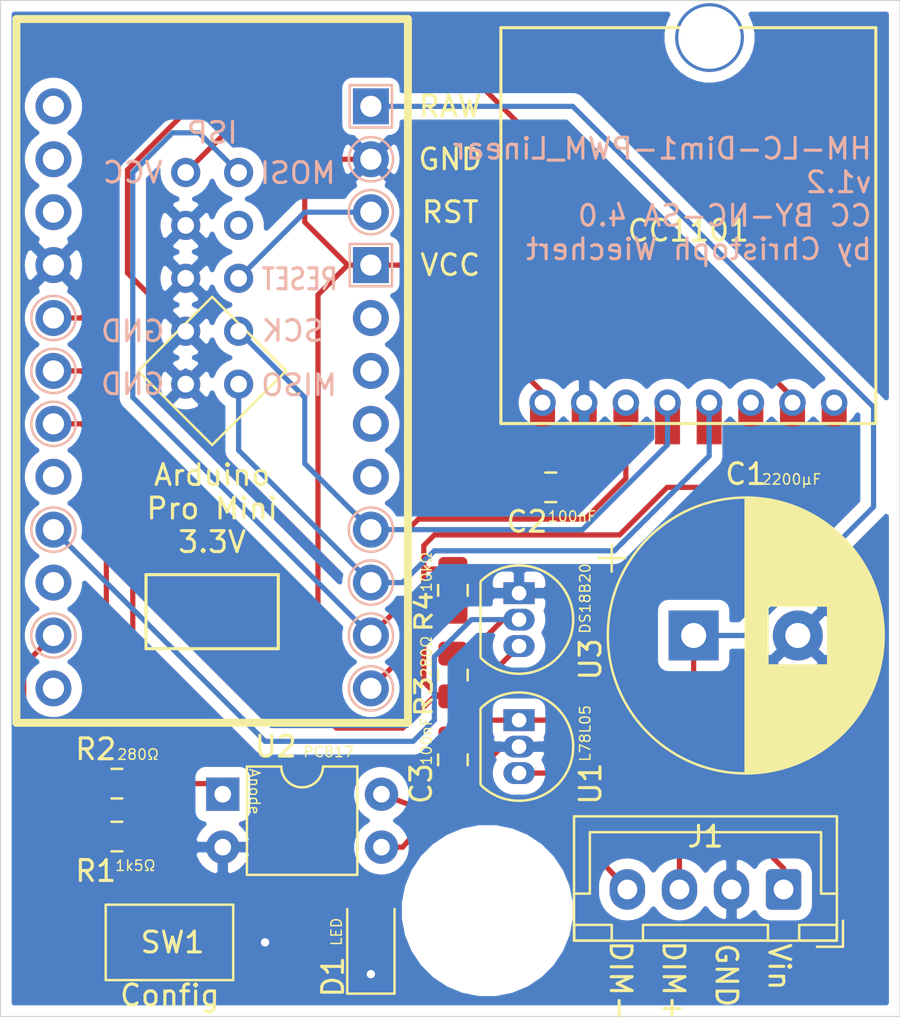
<source format=kicad_pcb>
(kicad_pcb (version 20171130) (host pcbnew 5.1.5)

  (general
    (thickness 1.6)
    (drawings 58)
    (tracks 147)
    (zones 0)
    (modules 17)
    (nets 31)
  )

  (page A4)
  (layers
    (0 F.Cu signal)
    (31 B.Cu signal hide)
    (33 F.Adhes user hide)
    (35 F.Paste user)
    (36 B.SilkS user)
    (37 F.SilkS user)
    (38 B.Mask user hide)
    (39 F.Mask user)
    (40 Dwgs.User user hide)
    (41 Cmts.User user hide)
    (42 Eco1.User user hide)
    (43 Eco2.User user hide)
    (44 Edge.Cuts user)
    (45 Margin user hide)
    (46 B.CrtYd user hide)
    (47 F.CrtYd user)
    (49 F.Fab user hide)
  )

  (setup
    (last_trace_width 0.25)
    (trace_clearance 0.2)
    (zone_clearance 0.508)
    (zone_45_only no)
    (trace_min 0.2)
    (via_size 0.8)
    (via_drill 0.4)
    (via_min_size 0.4)
    (via_min_drill 0.3)
    (uvia_size 0.3)
    (uvia_drill 0.1)
    (uvias_allowed no)
    (uvia_min_size 0.2)
    (uvia_min_drill 0.1)
    (edge_width 0.05)
    (segment_width 0.2)
    (pcb_text_width 0.3)
    (pcb_text_size 1.5 1.5)
    (mod_edge_width 0.12)
    (mod_text_size 1 1)
    (mod_text_width 0.15)
    (pad_size 1.05 1.5)
    (pad_drill 0.7)
    (pad_to_mask_clearance 0.051)
    (solder_mask_min_width 0.25)
    (aux_axis_origin 0 0)
    (visible_elements FFFFFF7F)
    (pcbplotparams
      (layerselection 0x010f8_ffffffff)
      (usegerberextensions true)
      (usegerberattributes false)
      (usegerberadvancedattributes false)
      (creategerberjobfile false)
      (excludeedgelayer true)
      (linewidth 0.100000)
      (plotframeref false)
      (viasonmask false)
      (mode 1)
      (useauxorigin false)
      (hpglpennumber 1)
      (hpglpenspeed 20)
      (hpglpendiameter 15.000000)
      (psnegative false)
      (psa4output false)
      (plotreference true)
      (plotvalue true)
      (plotinvisibletext false)
      (padsonsilk false)
      (subtractmaskfromsilk false)
      (outputformat 1)
      (mirror false)
      (drillshape 0)
      (scaleselection 1)
      (outputdirectory "gerber/"))
  )

  (net 0 "")
  (net 1 /GDO0)
  (net 2 /PWM)
  (net 3 "Net-(B1-Pad7)")
  (net 4 "Net-(B1-Pad11)")
  (net 5 "Net-(B1-Pad13)")
  (net 6 "Net-(B1-Pad14)")
  (net 7 "Net-(B1-Pad15)")
  (net 8 "Net-(B1-Pad16)")
  (net 9 "Net-(B1-Pad24)")
  (net 10 VCC)
  (net 11 GND)
  (net 12 "Net-(D1-Pad2)")
  (net 13 "Net-(IC1-Pad6)")
  (net 14 "Net-(R2-Pad2)")
  (net 15 "Net-(B1-Pad22)")
  (net 16 Vin)
  (net 17 DIM+)
  (net 18 DIM-)
  (net 19 1WIRE)
  (net 20 "Net-(B1-Pad12)")
  (net 21 "Net-(B1-Pad10)")
  (net 22 "Net-(B1-Pad8)")
  (net 23 "Net-(B1-Pad3)")
  (net 24 "Net-(B1-Pad1)")
  (net 25 "Net-(B1-Pad2)")
  (net 26 "Net-(B1-Pad17)")
  (net 27 "Net-(B1-Pad18)")
  (net 28 "Net-(B1-Pad20)")
  (net 29 "Net-(B1-Pad19)")
  (net 30 "Net-(J3-Pad3)")

  (net_class Default "Dies ist die voreingestellte Netzklasse."
    (clearance 0.2)
    (trace_width 0.25)
    (via_dia 0.8)
    (via_drill 0.4)
    (uvia_dia 0.3)
    (uvia_drill 0.1)
    (add_net /GDO0)
    (add_net /PWM)
    (add_net 1WIRE)
    (add_net DIM+)
    (add_net DIM-)
    (add_net GND)
    (add_net "Net-(B1-Pad1)")
    (add_net "Net-(B1-Pad10)")
    (add_net "Net-(B1-Pad11)")
    (add_net "Net-(B1-Pad12)")
    (add_net "Net-(B1-Pad13)")
    (add_net "Net-(B1-Pad14)")
    (add_net "Net-(B1-Pad15)")
    (add_net "Net-(B1-Pad16)")
    (add_net "Net-(B1-Pad17)")
    (add_net "Net-(B1-Pad18)")
    (add_net "Net-(B1-Pad19)")
    (add_net "Net-(B1-Pad2)")
    (add_net "Net-(B1-Pad20)")
    (add_net "Net-(B1-Pad22)")
    (add_net "Net-(B1-Pad24)")
    (add_net "Net-(B1-Pad3)")
    (add_net "Net-(B1-Pad7)")
    (add_net "Net-(B1-Pad8)")
    (add_net "Net-(D1-Pad2)")
    (add_net "Net-(IC1-Pad6)")
    (add_net "Net-(J3-Pad3)")
    (add_net "Net-(R2-Pad2)")
    (add_net VCC)
    (add_net Vin)
  )

  (module Resistor_SMD:R_0805_2012Metric_Pad1.15x1.40mm_HandSolder (layer F.Cu) (tedit 5B36C52B) (tstamp 5E2AF1AC)
    (at 153.797 119.752 270)
    (descr "Resistor SMD 0805 (2012 Metric), square (rectangular) end terminal, IPC_7351 nominal with elongated pad for handsoldering. (Body size source: https://docs.google.com/spreadsheets/d/1BsfQQcO9C6DZCsRaXUlFlo91Tg2WpOkGARC1WS5S8t0/edit?usp=sharing), generated with kicad-footprint-generator")
    (tags "resistor handsolder")
    (path /5E2B1E7B)
    (attr smd)
    (fp_text reference R4 (at 1.025 1.397 90) (layer F.SilkS)
      (effects (font (size 0.8 1) (thickness 0.15)))
    )
    (fp_text value 10kΩ (at 0 1.65 90) (layer F.Fab)
      (effects (font (size 1 1) (thickness 0.15)))
    )
    (fp_text user %R (at 0 0 90) (layer F.Fab)
      (effects (font (size 0.5 0.5) (thickness 0.08)))
    )
    (fp_line (start 1.85 0.95) (end -1.85 0.95) (layer F.CrtYd) (width 0.05))
    (fp_line (start 1.85 -0.95) (end 1.85 0.95) (layer F.CrtYd) (width 0.05))
    (fp_line (start -1.85 -0.95) (end 1.85 -0.95) (layer F.CrtYd) (width 0.05))
    (fp_line (start -1.85 0.95) (end -1.85 -0.95) (layer F.CrtYd) (width 0.05))
    (fp_line (start -0.261252 0.71) (end 0.261252 0.71) (layer F.SilkS) (width 0.12))
    (fp_line (start -0.261252 -0.71) (end 0.261252 -0.71) (layer F.SilkS) (width 0.12))
    (fp_line (start 1 0.6) (end -1 0.6) (layer F.Fab) (width 0.1))
    (fp_line (start 1 -0.6) (end 1 0.6) (layer F.Fab) (width 0.1))
    (fp_line (start -1 -0.6) (end 1 -0.6) (layer F.Fab) (width 0.1))
    (fp_line (start -1 0.6) (end -1 -0.6) (layer F.Fab) (width 0.1))
    (pad 2 smd roundrect (at 1.025 0 270) (size 1.15 1.4) (layers F.Cu F.Paste F.Mask) (roundrect_rratio 0.217391)
      (net 10 VCC))
    (pad 1 smd roundrect (at -1.025 0 270) (size 1.15 1.4) (layers F.Cu F.Paste F.Mask) (roundrect_rratio 0.217391)
      (net 5 "Net-(B1-Pad13)"))
    (model ${KISYS3DMOD}/Resistor_SMD.3dshapes/R_0805_2012Metric.wrl
      (at (xyz 0 0 0))
      (scale (xyz 1 1 1))
      (rotate (xyz 0 0 0))
    )
  )

  (module Capacitor_SMD:C_0805_2012Metric_Pad1.15x1.40mm_HandSolder (layer F.Cu) (tedit 5B36C52B) (tstamp 5E249626)
    (at 153.797 127.889 270)
    (descr "Capacitor SMD 0805 (2012 Metric), square (rectangular) end terminal, IPC_7351 nominal with elongated pad for handsoldering. (Body size source: https://docs.google.com/spreadsheets/d/1BsfQQcO9C6DZCsRaXUlFlo91Tg2WpOkGARC1WS5S8t0/edit?usp=sharing), generated with kicad-footprint-generator")
    (tags "capacitor handsolder")
    (path /5E0E9A1E)
    (attr smd)
    (fp_text reference C3 (at 1.143 1.524 90) (layer F.SilkS)
      (effects (font (size 1 1) (thickness 0.15)))
    )
    (fp_text value 100nF (at 0 1.65 90) (layer F.Fab)
      (effects (font (size 1 1) (thickness 0.15)))
    )
    (fp_text user %R (at 0 0 90) (layer F.Fab)
      (effects (font (size 0.5 0.5) (thickness 0.08)))
    )
    (fp_line (start 1.85 0.95) (end -1.85 0.95) (layer F.CrtYd) (width 0.05))
    (fp_line (start 1.85 -0.95) (end 1.85 0.95) (layer F.CrtYd) (width 0.05))
    (fp_line (start -1.85 -0.95) (end 1.85 -0.95) (layer F.CrtYd) (width 0.05))
    (fp_line (start -1.85 0.95) (end -1.85 -0.95) (layer F.CrtYd) (width 0.05))
    (fp_line (start -0.261252 0.71) (end 0.261252 0.71) (layer F.SilkS) (width 0.12))
    (fp_line (start -0.261252 -0.71) (end 0.261252 -0.71) (layer F.SilkS) (width 0.12))
    (fp_line (start 1 0.6) (end -1 0.6) (layer F.Fab) (width 0.1))
    (fp_line (start 1 -0.6) (end 1 0.6) (layer F.Fab) (width 0.1))
    (fp_line (start -1 -0.6) (end 1 -0.6) (layer F.Fab) (width 0.1))
    (fp_line (start -1 0.6) (end -1 -0.6) (layer F.Fab) (width 0.1))
    (pad 2 smd roundrect (at 1.025 0 270) (size 1.15 1.4) (layers F.Cu F.Paste F.Mask) (roundrect_rratio 0.217391)
      (net 11 GND))
    (pad 1 smd roundrect (at -1.025 0 270) (size 1.15 1.4) (layers F.Cu F.Paste F.Mask) (roundrect_rratio 0.217391)
      (net 9 "Net-(B1-Pad24)"))
    (model ${KISYS3DMOD}/Capacitor_SMD.3dshapes/C_0805_2012Metric.wrl
      (at (xyz 0 0 0))
      (scale (xyz 1 1 1))
      (rotate (xyz 0 0 0))
    )
  )

  (module MountingHole:MountingHole_3.2mm_M3 (layer F.Cu) (tedit 56D1B4CB) (tstamp 5E0F1471)
    (at 155.448 135.128)
    (descr "Mounting Hole 3.2mm, no annular, M3")
    (tags "mounting hole 3.2mm no annular m3")
    (solder_mask_margin 1)
    (clearance 2.5)
    (attr virtual)
    (fp_text reference REF** (at 0 -4.2) (layer F.SilkS) hide
      (effects (font (size 1 1) (thickness 0.15)))
    )
    (fp_text value MountingHole_3.2mm_M3 (at 0 4.2) (layer F.Fab)
      (effects (font (size 1 1) (thickness 0.15)))
    )
    (fp_circle (center 0 0) (end 3.45 0) (layer F.CrtYd) (width 0.05))
    (fp_circle (center 0 0) (end 3.2 0) (layer Cmts.User) (width 0.15))
    (fp_text user %R (at 0.3 0) (layer F.Fab)
      (effects (font (size 1 1) (thickness 0.15)))
    )
    (pad 1 np_thru_hole circle (at 0 0) (size 3.2 3.2) (drill 3.2) (layers *.Cu *.Mask))
  )

  (module footprints:CC1101_SMD_THT (layer F.Cu) (tedit 5D235378) (tstamp 5E0B9490)
    (at 165.1 110.744)
    (path /5DF62D81)
    (fp_text reference IC1 (at 0 -4.5) (layer F.SilkS) hide
      (effects (font (size 1 1) (thickness 0.15)))
    )
    (fp_text value CC1101 (at 0 -6.27) (layer F.Fab)
      (effects (font (size 1 1) (thickness 0.15)))
    )
    (fp_text user CC1101 (at 0 -8.255 180) (layer F.SilkS)
      (effects (font (size 1 1) (thickness 0.15)))
    )
    (fp_line (start -9 0) (end -9 -18) (layer F.SilkS) (width 0.15))
    (fp_line (start -9 -18) (end 9 -18) (layer F.SilkS) (width 0.15))
    (fp_line (start 9 -18) (end 9 1) (layer F.SilkS) (width 0.15))
    (fp_line (start 9 1) (end -9 1) (layer F.SilkS) (width 0.15))
    (fp_line (start -9 1) (end -9 0) (layer F.SilkS) (width 0.15))
    (pad 1 thru_hole oval (at -7 0) (size 1.27 1.27) (drill 0.762) (layers *.Cu *.Mask)
      (net 10 VCC) (zone_connect 1))
    (pad 2 thru_hole oval (at -5 0) (size 1.27 1.27) (drill 0.762) (layers *.Cu *.Mask)
      (net 11 GND))
    (pad 3 thru_hole circle (at -3 0) (size 1.27 1.27) (drill 0.762) (layers *.Cu *.Mask)
      (net 6 "Net-(B1-Pad14)"))
    (pad 4 thru_hole circle (at -1 0) (size 1.27 1.27) (drill 0.762) (layers *.Cu *.Mask)
      (net 8 "Net-(B1-Pad16)"))
    (pad 5 thru_hole circle (at 1 0) (size 1.27 1.27) (drill 0.762) (layers *.Cu *.Mask)
      (net 7 "Net-(B1-Pad15)"))
    (pad 6 thru_hole circle (at 3 0) (size 1.27 1.27) (drill 0.762) (layers *.Cu *.Mask)
      (net 13 "Net-(IC1-Pad6)"))
    (pad 7 thru_hole circle (at 5 0) (size 1.27 1.27) (drill 0.762) (layers *.Cu *.Mask)
      (net 1 /GDO0))
    (pad 8 thru_hole circle (at 7 0) (size 1.27 1.27) (drill 0.762) (layers *.Cu *.Mask)
      (net 5 "Net-(B1-Pad13)"))
    (pad "" np_thru_hole circle (at 1.016 -17.526) (size 3.3 3.3) (drill 3) (layers *.Cu *.Mask))
    (pad 1 smd rect (at -7 1) (size 1.2 2) (layers F.Cu F.Mask)
      (net 10 VCC))
    (pad 2 smd rect (at -5 1) (size 1.2 2) (layers F.Cu F.Mask)
      (net 11 GND))
    (pad 3 smd rect (at -3 1) (size 1.2 2) (layers F.Cu F.Mask)
      (net 6 "Net-(B1-Pad14)"))
    (pad 4 smd rect (at -1 1) (size 1.2 2) (layers F.Cu F.Mask)
      (net 8 "Net-(B1-Pad16)"))
    (pad 5 smd rect (at 1 1) (size 1.2 2) (layers F.Cu F.Mask)
      (net 7 "Net-(B1-Pad15)"))
    (pad 6 smd rect (at 3 1) (size 1.2 2) (layers F.Cu F.Mask)
      (net 13 "Net-(IC1-Pad6)"))
    (pad 7 smd rect (at 5 1) (size 1.2 2) (layers F.Cu F.Mask)
      (net 1 /GDO0))
    (pad 8 smd rect (at 7 1) (size 1.2 2) (layers F.Cu F.Mask)
      (net 5 "Net-(B1-Pad13)"))
  )

  (module footprints:Arduino_Pro_Mini_wo_Ax (layer F.Cu) (tedit 5E0E1356) (tstamp 5E0E4CCD)
    (at 142.24 109.22)
    (descr "Arduino Pro Mini")
    (tags "Arduino Pro Mini")
    (path /5DF6214F)
    (fp_text reference B1 (at 0 6.35) (layer F.SilkS) hide
      (effects (font (size 1.778 1.524) (thickness 0.2032)))
    )
    (fp_text value ARDUINO_PRO_MINI (at 0 -15.24 180) (layer F.Fab)
      (effects (font (size 1.016 1.016) (thickness 0.1016)))
    )
    (fp_line (start 3.175 9.779) (end -3.175 9.779) (layer F.SilkS) (width 0.1524))
    (fp_line (start 3.175 9.779) (end 3.175 13.335) (layer F.SilkS) (width 0.1524))
    (fp_line (start -3.175 13.335) (end 3.175 13.335) (layer F.SilkS) (width 0.1524))
    (fp_line (start -3.175 9.779) (end -3.175 13.335) (layer F.SilkS) (width 0.1524))
    (fp_line (start -9.398 -16.891) (end 9.398 -16.891) (layer F.SilkS) (width 0.381))
    (fp_line (start 9.398 -16.891) (end 9.398 16.891) (layer F.SilkS) (width 0.381))
    (fp_line (start 9.398 16.891) (end -9.398 16.891) (layer F.SilkS) (width 0.381))
    (fp_line (start -9.398 16.891) (end -9.398 -16.891) (layer F.SilkS) (width 0.381))
    (pad 12 thru_hole circle (at -7.62 15.24) (size 1.7272 1.7272) (drill 1.016) (layers *.Cu *.Mask)
      (net 20 "Net-(B1-Pad12)"))
    (pad 11 thru_hole circle (at -7.62 12.7) (size 1.7272 1.7272) (drill 1.016) (layers *.Cu *.Mask)
      (net 4 "Net-(B1-Pad11)"))
    (pad 9 thru_hole circle (at -7.62 7.62) (size 1.7272 1.7272) (drill 1.016) (layers *.Cu *.Mask)
      (net 19 1WIRE))
    (pad 10 thru_hole circle (at -7.62 10.16) (size 1.7272 1.7272) (drill 1.016) (layers *.Cu *.Mask)
      (net 21 "Net-(B1-Pad10)"))
    (pad 6 thru_hole circle (at -7.62 0) (size 1.7272 1.7272) (drill 1.016) (layers *.Cu *.Mask)
      (net 2 /PWM))
    (pad 5 thru_hole circle (at -7.62 -2.54) (size 1.7272 1.7272) (drill 1.016) (layers *.Cu *.Mask)
      (net 1 /GDO0))
    (pad 7 thru_hole circle (at -7.62 2.54) (size 1.7272 1.7272) (drill 1.016) (layers *.Cu *.Mask)
      (net 3 "Net-(B1-Pad7)"))
    (pad 8 thru_hole circle (at -7.62 5.08) (size 1.7272 1.7272) (drill 1.016) (layers *.Cu *.Mask)
      (net 22 "Net-(B1-Pad8)"))
    (pad 4 thru_hole circle (at -7.62 -5.08) (size 1.7272 1.7272) (drill 1.016) (layers *.Cu *.Mask)
      (net 11 GND))
    (pad 3 thru_hole circle (at -7.62 -7.62) (size 1.7272 1.7272) (drill 1.016) (layers *.Cu *.Mask)
      (net 23 "Net-(B1-Pad3)"))
    (pad 1 thru_hole circle (at -7.62 -12.7) (size 1.7272 1.7272) (drill 1.016) (layers *.Cu *.Mask)
      (net 24 "Net-(B1-Pad1)"))
    (pad 2 thru_hole circle (at -7.62 -10.16) (size 1.7272 1.7272) (drill 1.016) (layers *.Cu *.Mask)
      (net 25 "Net-(B1-Pad2)"))
    (pad 23 thru_hole circle (at 7.62 -10.16) (size 1.7272 1.7272) (drill 1.016) (layers *.Cu *.Mask)
      (net 11 GND))
    (pad 24 thru_hole rect (at 7.62 -12.7) (size 1.7272 1.7272) (drill 1.016) (layers *.Cu *.Mask)
      (net 9 "Net-(B1-Pad24)"))
    (pad 22 thru_hole circle (at 7.62 -7.62) (size 1.7272 1.7272) (drill 1.016) (layers *.Cu *.Mask)
      (net 15 "Net-(B1-Pad22)"))
    (pad 21 thru_hole rect (at 7.62 -5.08) (size 1.7272 1.7272) (drill 1.016) (layers *.Cu *.Mask)
      (net 10 VCC))
    (pad 17 thru_hole circle (at 7.62 5.08) (size 1.7272 1.7272) (drill 1.016) (layers *.Cu *.Mask)
      (net 26 "Net-(B1-Pad17)"))
    (pad 18 thru_hole circle (at 7.62 2.54) (size 1.7272 1.7272) (drill 1.016) (layers *.Cu *.Mask)
      (net 27 "Net-(B1-Pad18)"))
    (pad 20 thru_hole circle (at 7.62 -2.54) (size 1.7272 1.7272) (drill 1.016) (layers *.Cu *.Mask)
      (net 28 "Net-(B1-Pad20)"))
    (pad 19 thru_hole circle (at 7.62 0) (size 1.7272 1.7272) (drill 1.016) (layers *.Cu *.Mask)
      (net 29 "Net-(B1-Pad19)"))
    (pad 15 thru_hole circle (at 7.62 10.16) (size 1.7272 1.7272) (drill 1.016) (layers *.Cu *.Mask)
      (net 7 "Net-(B1-Pad15)"))
    (pad 16 thru_hole circle (at 7.62 7.62) (size 1.7272 1.7272) (drill 1.016) (layers *.Cu *.Mask)
      (net 8 "Net-(B1-Pad16)"))
    (pad 14 thru_hole circle (at 7.62 12.7) (size 1.7272 1.7272) (drill 1.016) (layers *.Cu *.Mask)
      (net 6 "Net-(B1-Pad14)"))
    (pad 13 thru_hole circle (at 7.62 15.24) (size 1.7272 1.7272) (drill 1.016) (layers *.Cu *.Mask)
      (net 5 "Net-(B1-Pad13)"))
  )

  (module footprints:TestPoint_2x5Pads_Pitch2.54mm_Drill0.8mm (layer B.Cu) (tedit 5E0DEE63) (tstamp 5E0BDC6C)
    (at 143.51 99.695 180)
    (descr "Test point with 2 pins, pitch 2.54mm, drill diameter 0.8mm")
    (tags "CONN DEV")
    (path /5E0CE82F)
    (attr virtual)
    (fp_text reference J3 (at 1.3 2) (layer B.SilkS) hide
      (effects (font (size 1 1) (thickness 0.15)) (justify mirror))
    )
    (fp_text value AVR-ISP-10 (at 1.27 -12.7) (layer B.Fab)
      (effects (font (size 1 1) (thickness 0.15)) (justify mirror))
    )
    (fp_text user %R (at 1.3 2) (layer B.Fab)
      (effects (font (size 1 1) (thickness 0.15)) (justify mirror))
    )
    (pad 10 thru_hole circle (at 2.54 -10.16 180) (size 1.4 1.4) (drill 0.8) (layers *.Cu *.Mask)
      (net 11 GND))
    (pad 9 thru_hole circle (at 0 -10.16 180) (size 1.4 1.4) (drill 0.8) (layers *.Cu *.Mask)
      (net 7 "Net-(B1-Pad15)"))
    (pad 8 thru_hole circle (at 2.54 -7.62 180) (size 1.4 1.4) (drill 0.8) (layers *.Cu *.Mask)
      (net 11 GND))
    (pad 7 thru_hole circle (at 0 -7.62 180) (size 1.4 1.4) (drill 0.8) (layers *.Cu *.Mask)
      (net 8 "Net-(B1-Pad16)"))
    (pad 6 thru_hole circle (at 2.54 -5.08 180) (size 1.4 1.4) (drill 0.8) (layers *.Cu *.Mask)
      (net 11 GND))
    (pad 5 thru_hole circle (at 0 -5.08 180) (size 1.4 1.4) (drill 0.8) (layers *.Cu *.Mask)
      (net 15 "Net-(B1-Pad22)"))
    (pad 3 thru_hole circle (at 0 -2.54 180) (size 1.4 1.4) (drill 0.8) (layers *.Cu *.Mask)
      (net 30 "Net-(J3-Pad3)"))
    (pad 4 thru_hole circle (at 2.54 -2.54 180) (size 1.4 1.4) (drill 0.8) (layers *.Cu *.Mask)
      (net 11 GND))
    (pad 2 thru_hole circle (at 2.54 0 180) (size 1.4 1.4) (drill 0.8) (layers *.Cu *.Mask)
      (net 10 VCC))
    (pad 1 thru_hole circle (at 0 0 180) (size 1.4 1.4) (drill 0.8) (layers *.Cu *.Mask)
      (net 6 "Net-(B1-Pad14)"))
  )

  (module Capacitor_THT:CP_Radial_D13.0mm_P5.00mm (layer F.Cu) (tedit 5AE50EF1) (tstamp 5E0B9451)
    (at 165.354 121.92)
    (descr "CP, Radial series, Radial, pin pitch=5.00mm, , diameter=13mm, Electrolytic Capacitor")
    (tags "CP Radial series Radial pin pitch 5.00mm  diameter 13mm Electrolytic Capacitor")
    (path /5DFFFAA7)
    (fp_text reference C1 (at 2.5 -7.75) (layer F.SilkS)
      (effects (font (size 1 1) (thickness 0.15)))
    )
    (fp_text value 2200µF (at 2.5 7.75) (layer F.Fab)
      (effects (font (size 1 1) (thickness 0.15)))
    )
    (fp_circle (center 2.5 0) (end 9 0) (layer F.Fab) (width 0.1))
    (fp_circle (center 2.5 0) (end 9.12 0) (layer F.SilkS) (width 0.12))
    (fp_circle (center 2.5 0) (end 9.25 0) (layer F.CrtYd) (width 0.05))
    (fp_line (start -3.082015 -2.8475) (end -1.782015 -2.8475) (layer F.Fab) (width 0.1))
    (fp_line (start -2.432015 -3.4975) (end -2.432015 -2.1975) (layer F.Fab) (width 0.1))
    (fp_line (start 2.5 -6.58) (end 2.5 6.58) (layer F.SilkS) (width 0.12))
    (fp_line (start 2.54 -6.58) (end 2.54 6.58) (layer F.SilkS) (width 0.12))
    (fp_line (start 2.58 -6.58) (end 2.58 6.58) (layer F.SilkS) (width 0.12))
    (fp_line (start 2.62 -6.579) (end 2.62 6.579) (layer F.SilkS) (width 0.12))
    (fp_line (start 2.66 -6.579) (end 2.66 6.579) (layer F.SilkS) (width 0.12))
    (fp_line (start 2.7 -6.577) (end 2.7 6.577) (layer F.SilkS) (width 0.12))
    (fp_line (start 2.74 -6.576) (end 2.74 6.576) (layer F.SilkS) (width 0.12))
    (fp_line (start 2.78 -6.575) (end 2.78 6.575) (layer F.SilkS) (width 0.12))
    (fp_line (start 2.82 -6.573) (end 2.82 6.573) (layer F.SilkS) (width 0.12))
    (fp_line (start 2.86 -6.571) (end 2.86 6.571) (layer F.SilkS) (width 0.12))
    (fp_line (start 2.9 -6.568) (end 2.9 6.568) (layer F.SilkS) (width 0.12))
    (fp_line (start 2.94 -6.566) (end 2.94 6.566) (layer F.SilkS) (width 0.12))
    (fp_line (start 2.98 -6.563) (end 2.98 6.563) (layer F.SilkS) (width 0.12))
    (fp_line (start 3.02 -6.56) (end 3.02 6.56) (layer F.SilkS) (width 0.12))
    (fp_line (start 3.06 -6.557) (end 3.06 6.557) (layer F.SilkS) (width 0.12))
    (fp_line (start 3.1 -6.553) (end 3.1 6.553) (layer F.SilkS) (width 0.12))
    (fp_line (start 3.14 -6.549) (end 3.14 6.549) (layer F.SilkS) (width 0.12))
    (fp_line (start 3.18 -6.545) (end 3.18 6.545) (layer F.SilkS) (width 0.12))
    (fp_line (start 3.221 -6.541) (end 3.221 6.541) (layer F.SilkS) (width 0.12))
    (fp_line (start 3.261 -6.537) (end 3.261 6.537) (layer F.SilkS) (width 0.12))
    (fp_line (start 3.301 -6.532) (end 3.301 6.532) (layer F.SilkS) (width 0.12))
    (fp_line (start 3.341 -6.527) (end 3.341 6.527) (layer F.SilkS) (width 0.12))
    (fp_line (start 3.381 -6.522) (end 3.381 6.522) (layer F.SilkS) (width 0.12))
    (fp_line (start 3.421 -6.516) (end 3.421 6.516) (layer F.SilkS) (width 0.12))
    (fp_line (start 3.461 -6.511) (end 3.461 6.511) (layer F.SilkS) (width 0.12))
    (fp_line (start 3.501 -6.505) (end 3.501 6.505) (layer F.SilkS) (width 0.12))
    (fp_line (start 3.541 -6.498) (end 3.541 6.498) (layer F.SilkS) (width 0.12))
    (fp_line (start 3.581 -6.492) (end 3.581 -1.44) (layer F.SilkS) (width 0.12))
    (fp_line (start 3.581 1.44) (end 3.581 6.492) (layer F.SilkS) (width 0.12))
    (fp_line (start 3.621 -6.485) (end 3.621 -1.44) (layer F.SilkS) (width 0.12))
    (fp_line (start 3.621 1.44) (end 3.621 6.485) (layer F.SilkS) (width 0.12))
    (fp_line (start 3.661 -6.478) (end 3.661 -1.44) (layer F.SilkS) (width 0.12))
    (fp_line (start 3.661 1.44) (end 3.661 6.478) (layer F.SilkS) (width 0.12))
    (fp_line (start 3.701 -6.471) (end 3.701 -1.44) (layer F.SilkS) (width 0.12))
    (fp_line (start 3.701 1.44) (end 3.701 6.471) (layer F.SilkS) (width 0.12))
    (fp_line (start 3.741 -6.463) (end 3.741 -1.44) (layer F.SilkS) (width 0.12))
    (fp_line (start 3.741 1.44) (end 3.741 6.463) (layer F.SilkS) (width 0.12))
    (fp_line (start 3.781 -6.456) (end 3.781 -1.44) (layer F.SilkS) (width 0.12))
    (fp_line (start 3.781 1.44) (end 3.781 6.456) (layer F.SilkS) (width 0.12))
    (fp_line (start 3.821 -6.448) (end 3.821 -1.44) (layer F.SilkS) (width 0.12))
    (fp_line (start 3.821 1.44) (end 3.821 6.448) (layer F.SilkS) (width 0.12))
    (fp_line (start 3.861 -6.439) (end 3.861 -1.44) (layer F.SilkS) (width 0.12))
    (fp_line (start 3.861 1.44) (end 3.861 6.439) (layer F.SilkS) (width 0.12))
    (fp_line (start 3.901 -6.431) (end 3.901 -1.44) (layer F.SilkS) (width 0.12))
    (fp_line (start 3.901 1.44) (end 3.901 6.431) (layer F.SilkS) (width 0.12))
    (fp_line (start 3.941 -6.422) (end 3.941 -1.44) (layer F.SilkS) (width 0.12))
    (fp_line (start 3.941 1.44) (end 3.941 6.422) (layer F.SilkS) (width 0.12))
    (fp_line (start 3.981 -6.413) (end 3.981 -1.44) (layer F.SilkS) (width 0.12))
    (fp_line (start 3.981 1.44) (end 3.981 6.413) (layer F.SilkS) (width 0.12))
    (fp_line (start 4.021 -6.404) (end 4.021 -1.44) (layer F.SilkS) (width 0.12))
    (fp_line (start 4.021 1.44) (end 4.021 6.404) (layer F.SilkS) (width 0.12))
    (fp_line (start 4.061 -6.394) (end 4.061 -1.44) (layer F.SilkS) (width 0.12))
    (fp_line (start 4.061 1.44) (end 4.061 6.394) (layer F.SilkS) (width 0.12))
    (fp_line (start 4.101 -6.384) (end 4.101 -1.44) (layer F.SilkS) (width 0.12))
    (fp_line (start 4.101 1.44) (end 4.101 6.384) (layer F.SilkS) (width 0.12))
    (fp_line (start 4.141 -6.374) (end 4.141 -1.44) (layer F.SilkS) (width 0.12))
    (fp_line (start 4.141 1.44) (end 4.141 6.374) (layer F.SilkS) (width 0.12))
    (fp_line (start 4.181 -6.364) (end 4.181 -1.44) (layer F.SilkS) (width 0.12))
    (fp_line (start 4.181 1.44) (end 4.181 6.364) (layer F.SilkS) (width 0.12))
    (fp_line (start 4.221 -6.353) (end 4.221 -1.44) (layer F.SilkS) (width 0.12))
    (fp_line (start 4.221 1.44) (end 4.221 6.353) (layer F.SilkS) (width 0.12))
    (fp_line (start 4.261 -6.342) (end 4.261 -1.44) (layer F.SilkS) (width 0.12))
    (fp_line (start 4.261 1.44) (end 4.261 6.342) (layer F.SilkS) (width 0.12))
    (fp_line (start 4.301 -6.331) (end 4.301 -1.44) (layer F.SilkS) (width 0.12))
    (fp_line (start 4.301 1.44) (end 4.301 6.331) (layer F.SilkS) (width 0.12))
    (fp_line (start 4.341 -6.32) (end 4.341 -1.44) (layer F.SilkS) (width 0.12))
    (fp_line (start 4.341 1.44) (end 4.341 6.32) (layer F.SilkS) (width 0.12))
    (fp_line (start 4.381 -6.308) (end 4.381 -1.44) (layer F.SilkS) (width 0.12))
    (fp_line (start 4.381 1.44) (end 4.381 6.308) (layer F.SilkS) (width 0.12))
    (fp_line (start 4.421 -6.296) (end 4.421 -1.44) (layer F.SilkS) (width 0.12))
    (fp_line (start 4.421 1.44) (end 4.421 6.296) (layer F.SilkS) (width 0.12))
    (fp_line (start 4.461 -6.284) (end 4.461 -1.44) (layer F.SilkS) (width 0.12))
    (fp_line (start 4.461 1.44) (end 4.461 6.284) (layer F.SilkS) (width 0.12))
    (fp_line (start 4.501 -6.271) (end 4.501 -1.44) (layer F.SilkS) (width 0.12))
    (fp_line (start 4.501 1.44) (end 4.501 6.271) (layer F.SilkS) (width 0.12))
    (fp_line (start 4.541 -6.258) (end 4.541 -1.44) (layer F.SilkS) (width 0.12))
    (fp_line (start 4.541 1.44) (end 4.541 6.258) (layer F.SilkS) (width 0.12))
    (fp_line (start 4.581 -6.245) (end 4.581 -1.44) (layer F.SilkS) (width 0.12))
    (fp_line (start 4.581 1.44) (end 4.581 6.245) (layer F.SilkS) (width 0.12))
    (fp_line (start 4.621 -6.232) (end 4.621 -1.44) (layer F.SilkS) (width 0.12))
    (fp_line (start 4.621 1.44) (end 4.621 6.232) (layer F.SilkS) (width 0.12))
    (fp_line (start 4.661 -6.218) (end 4.661 -1.44) (layer F.SilkS) (width 0.12))
    (fp_line (start 4.661 1.44) (end 4.661 6.218) (layer F.SilkS) (width 0.12))
    (fp_line (start 4.701 -6.204) (end 4.701 -1.44) (layer F.SilkS) (width 0.12))
    (fp_line (start 4.701 1.44) (end 4.701 6.204) (layer F.SilkS) (width 0.12))
    (fp_line (start 4.741 -6.19) (end 4.741 -1.44) (layer F.SilkS) (width 0.12))
    (fp_line (start 4.741 1.44) (end 4.741 6.19) (layer F.SilkS) (width 0.12))
    (fp_line (start 4.781 -6.175) (end 4.781 -1.44) (layer F.SilkS) (width 0.12))
    (fp_line (start 4.781 1.44) (end 4.781 6.175) (layer F.SilkS) (width 0.12))
    (fp_line (start 4.821 -6.161) (end 4.821 -1.44) (layer F.SilkS) (width 0.12))
    (fp_line (start 4.821 1.44) (end 4.821 6.161) (layer F.SilkS) (width 0.12))
    (fp_line (start 4.861 -6.146) (end 4.861 -1.44) (layer F.SilkS) (width 0.12))
    (fp_line (start 4.861 1.44) (end 4.861 6.146) (layer F.SilkS) (width 0.12))
    (fp_line (start 4.901 -6.13) (end 4.901 -1.44) (layer F.SilkS) (width 0.12))
    (fp_line (start 4.901 1.44) (end 4.901 6.13) (layer F.SilkS) (width 0.12))
    (fp_line (start 4.941 -6.114) (end 4.941 -1.44) (layer F.SilkS) (width 0.12))
    (fp_line (start 4.941 1.44) (end 4.941 6.114) (layer F.SilkS) (width 0.12))
    (fp_line (start 4.981 -6.098) (end 4.981 -1.44) (layer F.SilkS) (width 0.12))
    (fp_line (start 4.981 1.44) (end 4.981 6.098) (layer F.SilkS) (width 0.12))
    (fp_line (start 5.021 -6.082) (end 5.021 -1.44) (layer F.SilkS) (width 0.12))
    (fp_line (start 5.021 1.44) (end 5.021 6.082) (layer F.SilkS) (width 0.12))
    (fp_line (start 5.061 -6.065) (end 5.061 -1.44) (layer F.SilkS) (width 0.12))
    (fp_line (start 5.061 1.44) (end 5.061 6.065) (layer F.SilkS) (width 0.12))
    (fp_line (start 5.101 -6.049) (end 5.101 -1.44) (layer F.SilkS) (width 0.12))
    (fp_line (start 5.101 1.44) (end 5.101 6.049) (layer F.SilkS) (width 0.12))
    (fp_line (start 5.141 -6.031) (end 5.141 -1.44) (layer F.SilkS) (width 0.12))
    (fp_line (start 5.141 1.44) (end 5.141 6.031) (layer F.SilkS) (width 0.12))
    (fp_line (start 5.181 -6.014) (end 5.181 -1.44) (layer F.SilkS) (width 0.12))
    (fp_line (start 5.181 1.44) (end 5.181 6.014) (layer F.SilkS) (width 0.12))
    (fp_line (start 5.221 -5.996) (end 5.221 -1.44) (layer F.SilkS) (width 0.12))
    (fp_line (start 5.221 1.44) (end 5.221 5.996) (layer F.SilkS) (width 0.12))
    (fp_line (start 5.261 -5.978) (end 5.261 -1.44) (layer F.SilkS) (width 0.12))
    (fp_line (start 5.261 1.44) (end 5.261 5.978) (layer F.SilkS) (width 0.12))
    (fp_line (start 5.301 -5.959) (end 5.301 -1.44) (layer F.SilkS) (width 0.12))
    (fp_line (start 5.301 1.44) (end 5.301 5.959) (layer F.SilkS) (width 0.12))
    (fp_line (start 5.341 -5.94) (end 5.341 -1.44) (layer F.SilkS) (width 0.12))
    (fp_line (start 5.341 1.44) (end 5.341 5.94) (layer F.SilkS) (width 0.12))
    (fp_line (start 5.381 -5.921) (end 5.381 -1.44) (layer F.SilkS) (width 0.12))
    (fp_line (start 5.381 1.44) (end 5.381 5.921) (layer F.SilkS) (width 0.12))
    (fp_line (start 5.421 -5.902) (end 5.421 -1.44) (layer F.SilkS) (width 0.12))
    (fp_line (start 5.421 1.44) (end 5.421 5.902) (layer F.SilkS) (width 0.12))
    (fp_line (start 5.461 -5.882) (end 5.461 -1.44) (layer F.SilkS) (width 0.12))
    (fp_line (start 5.461 1.44) (end 5.461 5.882) (layer F.SilkS) (width 0.12))
    (fp_line (start 5.501 -5.862) (end 5.501 -1.44) (layer F.SilkS) (width 0.12))
    (fp_line (start 5.501 1.44) (end 5.501 5.862) (layer F.SilkS) (width 0.12))
    (fp_line (start 5.541 -5.841) (end 5.541 -1.44) (layer F.SilkS) (width 0.12))
    (fp_line (start 5.541 1.44) (end 5.541 5.841) (layer F.SilkS) (width 0.12))
    (fp_line (start 5.581 -5.82) (end 5.581 -1.44) (layer F.SilkS) (width 0.12))
    (fp_line (start 5.581 1.44) (end 5.581 5.82) (layer F.SilkS) (width 0.12))
    (fp_line (start 5.621 -5.799) (end 5.621 -1.44) (layer F.SilkS) (width 0.12))
    (fp_line (start 5.621 1.44) (end 5.621 5.799) (layer F.SilkS) (width 0.12))
    (fp_line (start 5.661 -5.778) (end 5.661 -1.44) (layer F.SilkS) (width 0.12))
    (fp_line (start 5.661 1.44) (end 5.661 5.778) (layer F.SilkS) (width 0.12))
    (fp_line (start 5.701 -5.756) (end 5.701 -1.44) (layer F.SilkS) (width 0.12))
    (fp_line (start 5.701 1.44) (end 5.701 5.756) (layer F.SilkS) (width 0.12))
    (fp_line (start 5.741 -5.733) (end 5.741 -1.44) (layer F.SilkS) (width 0.12))
    (fp_line (start 5.741 1.44) (end 5.741 5.733) (layer F.SilkS) (width 0.12))
    (fp_line (start 5.781 -5.711) (end 5.781 -1.44) (layer F.SilkS) (width 0.12))
    (fp_line (start 5.781 1.44) (end 5.781 5.711) (layer F.SilkS) (width 0.12))
    (fp_line (start 5.821 -5.688) (end 5.821 -1.44) (layer F.SilkS) (width 0.12))
    (fp_line (start 5.821 1.44) (end 5.821 5.688) (layer F.SilkS) (width 0.12))
    (fp_line (start 5.861 -5.664) (end 5.861 -1.44) (layer F.SilkS) (width 0.12))
    (fp_line (start 5.861 1.44) (end 5.861 5.664) (layer F.SilkS) (width 0.12))
    (fp_line (start 5.901 -5.641) (end 5.901 -1.44) (layer F.SilkS) (width 0.12))
    (fp_line (start 5.901 1.44) (end 5.901 5.641) (layer F.SilkS) (width 0.12))
    (fp_line (start 5.941 -5.617) (end 5.941 -1.44) (layer F.SilkS) (width 0.12))
    (fp_line (start 5.941 1.44) (end 5.941 5.617) (layer F.SilkS) (width 0.12))
    (fp_line (start 5.981 -5.592) (end 5.981 -1.44) (layer F.SilkS) (width 0.12))
    (fp_line (start 5.981 1.44) (end 5.981 5.592) (layer F.SilkS) (width 0.12))
    (fp_line (start 6.021 -5.567) (end 6.021 -1.44) (layer F.SilkS) (width 0.12))
    (fp_line (start 6.021 1.44) (end 6.021 5.567) (layer F.SilkS) (width 0.12))
    (fp_line (start 6.061 -5.542) (end 6.061 -1.44) (layer F.SilkS) (width 0.12))
    (fp_line (start 6.061 1.44) (end 6.061 5.542) (layer F.SilkS) (width 0.12))
    (fp_line (start 6.101 -5.516) (end 6.101 -1.44) (layer F.SilkS) (width 0.12))
    (fp_line (start 6.101 1.44) (end 6.101 5.516) (layer F.SilkS) (width 0.12))
    (fp_line (start 6.141 -5.49) (end 6.141 -1.44) (layer F.SilkS) (width 0.12))
    (fp_line (start 6.141 1.44) (end 6.141 5.49) (layer F.SilkS) (width 0.12))
    (fp_line (start 6.181 -5.463) (end 6.181 -1.44) (layer F.SilkS) (width 0.12))
    (fp_line (start 6.181 1.44) (end 6.181 5.463) (layer F.SilkS) (width 0.12))
    (fp_line (start 6.221 -5.436) (end 6.221 -1.44) (layer F.SilkS) (width 0.12))
    (fp_line (start 6.221 1.44) (end 6.221 5.436) (layer F.SilkS) (width 0.12))
    (fp_line (start 6.261 -5.409) (end 6.261 -1.44) (layer F.SilkS) (width 0.12))
    (fp_line (start 6.261 1.44) (end 6.261 5.409) (layer F.SilkS) (width 0.12))
    (fp_line (start 6.301 -5.381) (end 6.301 -1.44) (layer F.SilkS) (width 0.12))
    (fp_line (start 6.301 1.44) (end 6.301 5.381) (layer F.SilkS) (width 0.12))
    (fp_line (start 6.341 -5.353) (end 6.341 -1.44) (layer F.SilkS) (width 0.12))
    (fp_line (start 6.341 1.44) (end 6.341 5.353) (layer F.SilkS) (width 0.12))
    (fp_line (start 6.381 -5.324) (end 6.381 -1.44) (layer F.SilkS) (width 0.12))
    (fp_line (start 6.381 1.44) (end 6.381 5.324) (layer F.SilkS) (width 0.12))
    (fp_line (start 6.421 -5.295) (end 6.421 -1.44) (layer F.SilkS) (width 0.12))
    (fp_line (start 6.421 1.44) (end 6.421 5.295) (layer F.SilkS) (width 0.12))
    (fp_line (start 6.461 -5.265) (end 6.461 5.265) (layer F.SilkS) (width 0.12))
    (fp_line (start 6.501 -5.235) (end 6.501 5.235) (layer F.SilkS) (width 0.12))
    (fp_line (start 6.541 -5.205) (end 6.541 5.205) (layer F.SilkS) (width 0.12))
    (fp_line (start 6.581 -5.174) (end 6.581 5.174) (layer F.SilkS) (width 0.12))
    (fp_line (start 6.621 -5.142) (end 6.621 5.142) (layer F.SilkS) (width 0.12))
    (fp_line (start 6.661 -5.11) (end 6.661 5.11) (layer F.SilkS) (width 0.12))
    (fp_line (start 6.701 -5.078) (end 6.701 5.078) (layer F.SilkS) (width 0.12))
    (fp_line (start 6.741 -5.044) (end 6.741 5.044) (layer F.SilkS) (width 0.12))
    (fp_line (start 6.781 -5.011) (end 6.781 5.011) (layer F.SilkS) (width 0.12))
    (fp_line (start 6.821 -4.977) (end 6.821 4.977) (layer F.SilkS) (width 0.12))
    (fp_line (start 6.861 -4.942) (end 6.861 4.942) (layer F.SilkS) (width 0.12))
    (fp_line (start 6.901 -4.907) (end 6.901 4.907) (layer F.SilkS) (width 0.12))
    (fp_line (start 6.941 -4.871) (end 6.941 4.871) (layer F.SilkS) (width 0.12))
    (fp_line (start 6.981 -4.834) (end 6.981 4.834) (layer F.SilkS) (width 0.12))
    (fp_line (start 7.021 -4.797) (end 7.021 4.797) (layer F.SilkS) (width 0.12))
    (fp_line (start 7.061 -4.76) (end 7.061 4.76) (layer F.SilkS) (width 0.12))
    (fp_line (start 7.101 -4.721) (end 7.101 4.721) (layer F.SilkS) (width 0.12))
    (fp_line (start 7.141 -4.682) (end 7.141 4.682) (layer F.SilkS) (width 0.12))
    (fp_line (start 7.181 -4.643) (end 7.181 4.643) (layer F.SilkS) (width 0.12))
    (fp_line (start 7.221 -4.602) (end 7.221 4.602) (layer F.SilkS) (width 0.12))
    (fp_line (start 7.261 -4.561) (end 7.261 4.561) (layer F.SilkS) (width 0.12))
    (fp_line (start 7.301 -4.519) (end 7.301 4.519) (layer F.SilkS) (width 0.12))
    (fp_line (start 7.341 -4.477) (end 7.341 4.477) (layer F.SilkS) (width 0.12))
    (fp_line (start 7.381 -4.434) (end 7.381 4.434) (layer F.SilkS) (width 0.12))
    (fp_line (start 7.421 -4.39) (end 7.421 4.39) (layer F.SilkS) (width 0.12))
    (fp_line (start 7.461 -4.345) (end 7.461 4.345) (layer F.SilkS) (width 0.12))
    (fp_line (start 7.501 -4.299) (end 7.501 4.299) (layer F.SilkS) (width 0.12))
    (fp_line (start 7.541 -4.253) (end 7.541 4.253) (layer F.SilkS) (width 0.12))
    (fp_line (start 7.581 -4.205) (end 7.581 4.205) (layer F.SilkS) (width 0.12))
    (fp_line (start 7.621 -4.157) (end 7.621 4.157) (layer F.SilkS) (width 0.12))
    (fp_line (start 7.661 -4.108) (end 7.661 4.108) (layer F.SilkS) (width 0.12))
    (fp_line (start 7.701 -4.057) (end 7.701 4.057) (layer F.SilkS) (width 0.12))
    (fp_line (start 7.741 -4.006) (end 7.741 4.006) (layer F.SilkS) (width 0.12))
    (fp_line (start 7.781 -3.954) (end 7.781 3.954) (layer F.SilkS) (width 0.12))
    (fp_line (start 7.821 -3.9) (end 7.821 3.9) (layer F.SilkS) (width 0.12))
    (fp_line (start 7.861 -3.846) (end 7.861 3.846) (layer F.SilkS) (width 0.12))
    (fp_line (start 7.901 -3.79) (end 7.901 3.79) (layer F.SilkS) (width 0.12))
    (fp_line (start 7.941 -3.733) (end 7.941 3.733) (layer F.SilkS) (width 0.12))
    (fp_line (start 7.981 -3.675) (end 7.981 3.675) (layer F.SilkS) (width 0.12))
    (fp_line (start 8.021 -3.615) (end 8.021 3.615) (layer F.SilkS) (width 0.12))
    (fp_line (start 8.061 -3.554) (end 8.061 3.554) (layer F.SilkS) (width 0.12))
    (fp_line (start 8.101 -3.491) (end 8.101 3.491) (layer F.SilkS) (width 0.12))
    (fp_line (start 8.141 -3.427) (end 8.141 3.427) (layer F.SilkS) (width 0.12))
    (fp_line (start 8.181 -3.361) (end 8.181 3.361) (layer F.SilkS) (width 0.12))
    (fp_line (start 8.221 -3.293) (end 8.221 3.293) (layer F.SilkS) (width 0.12))
    (fp_line (start 8.261 -3.223) (end 8.261 3.223) (layer F.SilkS) (width 0.12))
    (fp_line (start 8.301 -3.152) (end 8.301 3.152) (layer F.SilkS) (width 0.12))
    (fp_line (start 8.341 -3.078) (end 8.341 3.078) (layer F.SilkS) (width 0.12))
    (fp_line (start 8.381 -3.002) (end 8.381 3.002) (layer F.SilkS) (width 0.12))
    (fp_line (start 8.421 -2.923) (end 8.421 2.923) (layer F.SilkS) (width 0.12))
    (fp_line (start 8.461 -2.842) (end 8.461 2.842) (layer F.SilkS) (width 0.12))
    (fp_line (start 8.501 -2.758) (end 8.501 2.758) (layer F.SilkS) (width 0.12))
    (fp_line (start 8.541 -2.67) (end 8.541 2.67) (layer F.SilkS) (width 0.12))
    (fp_line (start 8.581 -2.579) (end 8.581 2.579) (layer F.SilkS) (width 0.12))
    (fp_line (start 8.621 -2.484) (end 8.621 2.484) (layer F.SilkS) (width 0.12))
    (fp_line (start 8.661 -2.385) (end 8.661 2.385) (layer F.SilkS) (width 0.12))
    (fp_line (start 8.701 -2.281) (end 8.701 2.281) (layer F.SilkS) (width 0.12))
    (fp_line (start 8.741 -2.171) (end 8.741 2.171) (layer F.SilkS) (width 0.12))
    (fp_line (start 8.781 -2.055) (end 8.781 2.055) (layer F.SilkS) (width 0.12))
    (fp_line (start 8.821 -1.931) (end 8.821 1.931) (layer F.SilkS) (width 0.12))
    (fp_line (start 8.861 -1.798) (end 8.861 1.798) (layer F.SilkS) (width 0.12))
    (fp_line (start 8.901 -1.653) (end 8.901 1.653) (layer F.SilkS) (width 0.12))
    (fp_line (start 8.941 -1.494) (end 8.941 1.494) (layer F.SilkS) (width 0.12))
    (fp_line (start 8.981 -1.315) (end 8.981 1.315) (layer F.SilkS) (width 0.12))
    (fp_line (start 9.021 -1.107) (end 9.021 1.107) (layer F.SilkS) (width 0.12))
    (fp_line (start 9.061 -0.85) (end 9.061 0.85) (layer F.SilkS) (width 0.12))
    (fp_line (start 9.101 -0.475) (end 9.101 0.475) (layer F.SilkS) (width 0.12))
    (fp_line (start -4.584569 -3.715) (end -3.284569 -3.715) (layer F.SilkS) (width 0.12))
    (fp_line (start -3.934569 -4.365) (end -3.934569 -3.065) (layer F.SilkS) (width 0.12))
    (fp_text user %R (at 2.5 0) (layer F.Fab)
      (effects (font (size 1 1) (thickness 0.15)))
    )
    (pad 1 thru_hole rect (at 0 0) (size 2.4 2.4) (drill 1.2) (layers *.Cu *.Mask)
      (net 9 "Net-(B1-Pad24)"))
    (pad 2 thru_hole circle (at 5 0) (size 2.4 2.4) (drill 1.2) (layers *.Cu *.Mask)
      (net 11 GND))
    (model ${KISYS3DMOD}/Capacitor_THT.3dshapes/CP_Radial_D13.0mm_P5.00mm.wrl
      (at (xyz 0 0 0))
      (scale (xyz 1 1 1))
      (rotate (xyz 0 0 0))
    )
  )

  (module Capacitor_SMD:C_0805_2012Metric_Pad1.15x1.40mm_HandSolder (layer F.Cu) (tedit 5B36C52B) (tstamp 5E0B9462)
    (at 158.496 114.808)
    (descr "Capacitor SMD 0805 (2012 Metric), square (rectangular) end terminal, IPC_7351 nominal with elongated pad for handsoldering. (Body size source: https://docs.google.com/spreadsheets/d/1BsfQQcO9C6DZCsRaXUlFlo91Tg2WpOkGARC1WS5S8t0/edit?usp=sharing), generated with kicad-footprint-generator")
    (tags "capacitor handsolder")
    (path /5DF64B95)
    (attr smd)
    (fp_text reference C2 (at -1.143 1.651) (layer F.SilkS)
      (effects (font (size 1 1) (thickness 0.15)))
    )
    (fp_text value 100nF (at 0 1.65) (layer F.Fab)
      (effects (font (size 1 1) (thickness 0.15)))
    )
    (fp_line (start -1 0.6) (end -1 -0.6) (layer F.Fab) (width 0.1))
    (fp_line (start -1 -0.6) (end 1 -0.6) (layer F.Fab) (width 0.1))
    (fp_line (start 1 -0.6) (end 1 0.6) (layer F.Fab) (width 0.1))
    (fp_line (start 1 0.6) (end -1 0.6) (layer F.Fab) (width 0.1))
    (fp_line (start -0.261252 -0.71) (end 0.261252 -0.71) (layer F.SilkS) (width 0.12))
    (fp_line (start -0.261252 0.71) (end 0.261252 0.71) (layer F.SilkS) (width 0.12))
    (fp_line (start -1.85 0.95) (end -1.85 -0.95) (layer F.CrtYd) (width 0.05))
    (fp_line (start -1.85 -0.95) (end 1.85 -0.95) (layer F.CrtYd) (width 0.05))
    (fp_line (start 1.85 -0.95) (end 1.85 0.95) (layer F.CrtYd) (width 0.05))
    (fp_line (start 1.85 0.95) (end -1.85 0.95) (layer F.CrtYd) (width 0.05))
    (fp_text user %R (at 0 0) (layer F.Fab)
      (effects (font (size 0.5 0.5) (thickness 0.08)))
    )
    (pad 1 smd roundrect (at -1.025 0) (size 1.15 1.4) (layers F.Cu F.Paste F.Mask) (roundrect_rratio 0.217391)
      (net 10 VCC))
    (pad 2 smd roundrect (at 1.025 0) (size 1.15 1.4) (layers F.Cu F.Paste F.Mask) (roundrect_rratio 0.217391)
      (net 11 GND))
    (model ${KISYS3DMOD}/Capacitor_SMD.3dshapes/C_0805_2012Metric.wrl
      (at (xyz 0 0 0))
      (scale (xyz 1 1 1))
      (rotate (xyz 0 0 0))
    )
  )

  (module LED_SMD:LED_1206_3216Metric_Pad1.42x1.75mm_HandSolder (layer F.Cu) (tedit 5B4B45C9) (tstamp 5E0B9475)
    (at 149.86 136.652 90)
    (descr "LED SMD 1206 (3216 Metric), square (rectangular) end terminal, IPC_7351 nominal, (Body size source: http://www.tortai-tech.com/upload/download/2011102023233369053.pdf), generated with kicad-footprint-generator")
    (tags "LED handsolder")
    (path /5DFEE242)
    (attr smd)
    (fp_text reference D1 (at -1.651 -1.82 90) (layer F.SilkS)
      (effects (font (size 1 1) (thickness 0.15)))
    )
    (fp_text value LED (at 0 1.82 90) (layer F.Fab)
      (effects (font (size 1 1) (thickness 0.15)))
    )
    (fp_line (start 1.6 -0.8) (end -1.2 -0.8) (layer F.Fab) (width 0.1))
    (fp_line (start -1.2 -0.8) (end -1.6 -0.4) (layer F.Fab) (width 0.1))
    (fp_line (start -1.6 -0.4) (end -1.6 0.8) (layer F.Fab) (width 0.1))
    (fp_line (start -1.6 0.8) (end 1.6 0.8) (layer F.Fab) (width 0.1))
    (fp_line (start 1.6 0.8) (end 1.6 -0.8) (layer F.Fab) (width 0.1))
    (fp_line (start 1.6 -1.135) (end -2.46 -1.135) (layer F.SilkS) (width 0.12))
    (fp_line (start -2.46 -1.135) (end -2.46 1.135) (layer F.SilkS) (width 0.12))
    (fp_line (start -2.46 1.135) (end 1.6 1.135) (layer F.SilkS) (width 0.12))
    (fp_line (start -2.45 1.12) (end -2.45 -1.12) (layer F.CrtYd) (width 0.05))
    (fp_line (start -2.45 -1.12) (end 2.45 -1.12) (layer F.CrtYd) (width 0.05))
    (fp_line (start 2.45 -1.12) (end 2.45 1.12) (layer F.CrtYd) (width 0.05))
    (fp_line (start 2.45 1.12) (end -2.45 1.12) (layer F.CrtYd) (width 0.05))
    (fp_text user %R (at 0 0 90) (layer F.Fab)
      (effects (font (size 0.8 0.8) (thickness 0.12)))
    )
    (pad 1 smd roundrect (at -1.4875 0 90) (size 1.425 1.75) (layers F.Cu F.Paste F.Mask) (roundrect_rratio 0.175439)
      (net 11 GND))
    (pad 2 smd roundrect (at 1.4875 0 90) (size 1.425 1.75) (layers F.Cu F.Paste F.Mask) (roundrect_rratio 0.175439)
      (net 12 "Net-(D1-Pad2)"))
    (model ${KISYS3DMOD}/LED_SMD.3dshapes/LED_1206_3216Metric.wrl
      (at (xyz 0 0 0))
      (scale (xyz 1 1 1))
      (rotate (xyz 0 0 0))
    )
  )

  (module Resistor_SMD:R_0805_2012Metric_Pad1.15x1.40mm_HandSolder (layer F.Cu) (tedit 5B36C52B) (tstamp 5E0B94CB)
    (at 137.668 131.572 180)
    (descr "Resistor SMD 0805 (2012 Metric), square (rectangular) end terminal, IPC_7351 nominal with elongated pad for handsoldering. (Body size source: https://docs.google.com/spreadsheets/d/1BsfQQcO9C6DZCsRaXUlFlo91Tg2WpOkGARC1WS5S8t0/edit?usp=sharing), generated with kicad-footprint-generator")
    (tags "resistor handsolder")
    (path /5DFEF360)
    (attr smd)
    (fp_text reference R1 (at 1.016 -1.651) (layer F.SilkS)
      (effects (font (size 1 1) (thickness 0.15)))
    )
    (fp_text value 1k5Ω (at 0 1.65) (layer F.Fab)
      (effects (font (size 1 1) (thickness 0.15)))
    )
    (fp_text user %R (at 0 0) (layer F.Fab)
      (effects (font (size 0.5 0.5) (thickness 0.08)))
    )
    (fp_line (start 1.85 0.95) (end -1.85 0.95) (layer F.CrtYd) (width 0.05))
    (fp_line (start 1.85 -0.95) (end 1.85 0.95) (layer F.CrtYd) (width 0.05))
    (fp_line (start -1.85 -0.95) (end 1.85 -0.95) (layer F.CrtYd) (width 0.05))
    (fp_line (start -1.85 0.95) (end -1.85 -0.95) (layer F.CrtYd) (width 0.05))
    (fp_line (start -0.261252 0.71) (end 0.261252 0.71) (layer F.SilkS) (width 0.12))
    (fp_line (start -0.261252 -0.71) (end 0.261252 -0.71) (layer F.SilkS) (width 0.12))
    (fp_line (start 1 0.6) (end -1 0.6) (layer F.Fab) (width 0.1))
    (fp_line (start 1 -0.6) (end 1 0.6) (layer F.Fab) (width 0.1))
    (fp_line (start -1 -0.6) (end 1 -0.6) (layer F.Fab) (width 0.1))
    (fp_line (start -1 0.6) (end -1 -0.6) (layer F.Fab) (width 0.1))
    (pad 2 smd roundrect (at 1.025 0 180) (size 1.15 1.4) (layers F.Cu F.Paste F.Mask) (roundrect_rratio 0.217391)
      (net 3 "Net-(B1-Pad7)"))
    (pad 1 smd roundrect (at -1.025 0 180) (size 1.15 1.4) (layers F.Cu F.Paste F.Mask) (roundrect_rratio 0.217391)
      (net 12 "Net-(D1-Pad2)"))
    (model ${KISYS3DMOD}/Resistor_SMD.3dshapes/R_0805_2012Metric.wrl
      (at (xyz 0 0 0))
      (scale (xyz 1 1 1))
      (rotate (xyz 0 0 0))
    )
  )

  (module Resistor_SMD:R_0805_2012Metric_Pad1.15x1.40mm_HandSolder (layer F.Cu) (tedit 5B36C52B) (tstamp 5E0B94DC)
    (at 137.668 129.032)
    (descr "Resistor SMD 0805 (2012 Metric), square (rectangular) end terminal, IPC_7351 nominal with elongated pad for handsoldering. (Body size source: https://docs.google.com/spreadsheets/d/1BsfQQcO9C6DZCsRaXUlFlo91Tg2WpOkGARC1WS5S8t0/edit?usp=sharing), generated with kicad-footprint-generator")
    (tags "resistor handsolder")
    (path /5DF64590)
    (attr smd)
    (fp_text reference R2 (at -1.016 -1.651) (layer F.SilkS)
      (effects (font (size 1 1) (thickness 0.15)))
    )
    (fp_text value 280Ω (at 0 1.65) (layer F.Fab)
      (effects (font (size 1 1) (thickness 0.15)))
    )
    (fp_line (start -1 0.6) (end -1 -0.6) (layer F.Fab) (width 0.1))
    (fp_line (start -1 -0.6) (end 1 -0.6) (layer F.Fab) (width 0.1))
    (fp_line (start 1 -0.6) (end 1 0.6) (layer F.Fab) (width 0.1))
    (fp_line (start 1 0.6) (end -1 0.6) (layer F.Fab) (width 0.1))
    (fp_line (start -0.261252 -0.71) (end 0.261252 -0.71) (layer F.SilkS) (width 0.12))
    (fp_line (start -0.261252 0.71) (end 0.261252 0.71) (layer F.SilkS) (width 0.12))
    (fp_line (start -1.85 0.95) (end -1.85 -0.95) (layer F.CrtYd) (width 0.05))
    (fp_line (start -1.85 -0.95) (end 1.85 -0.95) (layer F.CrtYd) (width 0.05))
    (fp_line (start 1.85 -0.95) (end 1.85 0.95) (layer F.CrtYd) (width 0.05))
    (fp_line (start 1.85 0.95) (end -1.85 0.95) (layer F.CrtYd) (width 0.05))
    (fp_text user %R (at 0 0) (layer F.Fab)
      (effects (font (size 0.5 0.5) (thickness 0.08)))
    )
    (pad 1 smd roundrect (at -1.025 0) (size 1.15 1.4) (layers F.Cu F.Paste F.Mask) (roundrect_rratio 0.217391)
      (net 2 /PWM))
    (pad 2 smd roundrect (at 1.025 0) (size 1.15 1.4) (layers F.Cu F.Paste F.Mask) (roundrect_rratio 0.217391)
      (net 14 "Net-(R2-Pad2)"))
    (model ${KISYS3DMOD}/Resistor_SMD.3dshapes/R_0805_2012Metric.wrl
      (at (xyz 0 0 0))
      (scale (xyz 1 1 1))
      (rotate (xyz 0 0 0))
    )
  )

  (module Button_Switch_SMD:SW_SPST_FSMSM (layer F.Cu) (tedit 5A02FC95) (tstamp 5E0B94F7)
    (at 140.19 136.652 180)
    (descr http://www.te.com/commerce/DocumentDelivery/DDEController?Action=srchrtrv&DocNm=1437566-3&DocType=Customer+Drawing&DocLang=English)
    (tags "SPST button tactile switch")
    (path /5DFE8267)
    (attr smd)
    (fp_text reference SW1 (at -0.145 0) (layer F.SilkS)
      (effects (font (size 1 1) (thickness 0.15)))
    )
    (fp_text value Config (at 0 3) (layer F.Fab)
      (effects (font (size 1 1) (thickness 0.15)))
    )
    (fp_text user %R (at 0 -2.6) (layer F.Fab)
      (effects (font (size 1 1) (thickness 0.15)))
    )
    (fp_line (start -1.75 -1) (end 1.75 -1) (layer F.Fab) (width 0.1))
    (fp_line (start 1.75 -1) (end 1.75 1) (layer F.Fab) (width 0.1))
    (fp_line (start 1.75 1) (end -1.75 1) (layer F.Fab) (width 0.1))
    (fp_line (start -1.75 1) (end -1.75 -1) (layer F.Fab) (width 0.1))
    (fp_line (start -3.06 -1.81) (end 3.06 -1.81) (layer F.SilkS) (width 0.12))
    (fp_line (start 3.06 -1.81) (end 3.06 1.81) (layer F.SilkS) (width 0.12))
    (fp_line (start 3.06 1.81) (end -3.06 1.81) (layer F.SilkS) (width 0.12))
    (fp_line (start -3.06 1.81) (end -3.06 -1.81) (layer F.SilkS) (width 0.12))
    (fp_line (start -1.5 0.8) (end 1.5 0.8) (layer F.Fab) (width 0.1))
    (fp_line (start -1.5 -0.8) (end 1.5 -0.8) (layer F.Fab) (width 0.1))
    (fp_line (start 1.5 -0.8) (end 1.5 0.8) (layer F.Fab) (width 0.1))
    (fp_line (start -1.5 -0.8) (end -1.5 0.8) (layer F.Fab) (width 0.1))
    (fp_line (start -5.95 2) (end 5.95 2) (layer F.CrtYd) (width 0.05))
    (fp_line (start 5.95 -2) (end 5.95 2) (layer F.CrtYd) (width 0.05))
    (fp_line (start -3 1.75) (end 3 1.75) (layer F.Fab) (width 0.1))
    (fp_line (start -3 -1.75) (end 3 -1.75) (layer F.Fab) (width 0.1))
    (fp_line (start -3 -1.75) (end -3 1.75) (layer F.Fab) (width 0.1))
    (fp_line (start 3 -1.75) (end 3 1.75) (layer F.Fab) (width 0.1))
    (fp_line (start -5.95 -2) (end -5.95 2) (layer F.CrtYd) (width 0.05))
    (fp_line (start -5.95 -2) (end 5.95 -2) (layer F.CrtYd) (width 0.05))
    (pad 1 smd rect (at -4.59 0 180) (size 2.18 1.6) (layers F.Cu F.Paste F.Mask)
      (net 11 GND))
    (pad 2 smd rect (at 4.59 0 180) (size 2.18 1.6) (layers F.Cu F.Paste F.Mask)
      (net 4 "Net-(B1-Pad11)"))
    (model ${KISYS3DMOD}/Button_Switch_SMD.3dshapes/SW_SPST_FSMSM.wrl
      (at (xyz 0 0 0))
      (scale (xyz 1 1 1))
      (rotate (xyz 0 0 0))
    )
  )

  (module Package_TO_SOT_THT:TO-92_Inline (layer F.Cu) (tedit 5E249521) (tstamp 5E0B8747)
    (at 156.972 125.984 270)
    (descr "TO-92 leads in-line, narrow, oval pads, drill 0.75mm (see NXP sot054_po.pdf)")
    (tags "to-92 sc-43 sc-43a sot54 PA33 transistor")
    (path /5E0B5984)
    (fp_text reference U1 (at 3.048 -3.429 90) (layer F.SilkS)
      (effects (font (size 1 1) (thickness 0.15)))
    )
    (fp_text value L78L05_TO92 (at 1.27 2.79 90) (layer F.Fab)
      (effects (font (size 1 1) (thickness 0.15)))
    )
    (fp_text user %R (at 1.27 -3.56 90) (layer F.Fab)
      (effects (font (size 1 1) (thickness 0.15)))
    )
    (fp_line (start -0.53 1.85) (end 3.07 1.85) (layer F.SilkS) (width 0.12))
    (fp_line (start -0.5 1.75) (end 3 1.75) (layer F.Fab) (width 0.1))
    (fp_line (start -1.46 -2.73) (end 4 -2.73) (layer F.CrtYd) (width 0.05))
    (fp_line (start -1.46 -2.73) (end -1.46 2.01) (layer F.CrtYd) (width 0.05))
    (fp_line (start 4 2.01) (end 4 -2.73) (layer F.CrtYd) (width 0.05))
    (fp_line (start 4 2.01) (end -1.46 2.01) (layer F.CrtYd) (width 0.05))
    (fp_arc (start 1.27 0) (end 1.27 -2.48) (angle 135) (layer F.Fab) (width 0.1))
    (fp_arc (start 1.27 0) (end 1.27 -2.6) (angle -135) (layer F.SilkS) (width 0.12))
    (fp_arc (start 1.27 0) (end 1.27 -2.48) (angle -135) (layer F.Fab) (width 0.1))
    (fp_arc (start 1.27 0) (end 1.27 -2.6) (angle 135) (layer F.SilkS) (width 0.12))
    (pad 2 thru_hole oval (at 1.27 0 270) (size 1.05 1.5) (drill 0.7) (layers *.Cu *.Mask)
      (net 11 GND))
    (pad 3 thru_hole oval (at 2.54 0 270) (size 1.05 1.5) (drill 0.7) (layers *.Cu *.Mask)
      (net 16 Vin))
    (pad 1 thru_hole rect (at 0 0 270) (size 1.05 1.5) (drill 0.7) (layers *.Cu *.Mask)
      (net 9 "Net-(B1-Pad24)"))
    (model ${KISYS3DMOD}/Package_TO_SOT_THT.3dshapes/TO-92_Inline.wrl
      (at (xyz 0 0 0))
      (scale (xyz 1 1 1))
      (rotate (xyz 0 0 0))
    )
  )

  (module Package_DIP:DIP-4_W7.62mm (layer F.Cu) (tedit 5A02E8C5) (tstamp 5E0B9521)
    (at 142.748 129.54)
    (descr "4-lead though-hole mounted DIP package, row spacing 7.62 mm (300 mils)")
    (tags "THT DIP DIL PDIP 2.54mm 7.62mm 300mil")
    (path /5DF63B3C)
    (fp_text reference U2 (at 2.54 -2.286) (layer F.SilkS)
      (effects (font (size 1 1) (thickness 0.15)))
    )
    (fp_text value PC817 (at 3.81 4.87) (layer F.Fab)
      (effects (font (size 1 1) (thickness 0.15)))
    )
    (fp_arc (start 3.81 -1.33) (end 2.81 -1.33) (angle -180) (layer F.SilkS) (width 0.12))
    (fp_line (start 1.635 -1.27) (end 6.985 -1.27) (layer F.Fab) (width 0.1))
    (fp_line (start 6.985 -1.27) (end 6.985 3.81) (layer F.Fab) (width 0.1))
    (fp_line (start 6.985 3.81) (end 0.635 3.81) (layer F.Fab) (width 0.1))
    (fp_line (start 0.635 3.81) (end 0.635 -0.27) (layer F.Fab) (width 0.1))
    (fp_line (start 0.635 -0.27) (end 1.635 -1.27) (layer F.Fab) (width 0.1))
    (fp_line (start 2.81 -1.33) (end 1.16 -1.33) (layer F.SilkS) (width 0.12))
    (fp_line (start 1.16 -1.33) (end 1.16 3.87) (layer F.SilkS) (width 0.12))
    (fp_line (start 1.16 3.87) (end 6.46 3.87) (layer F.SilkS) (width 0.12))
    (fp_line (start 6.46 3.87) (end 6.46 -1.33) (layer F.SilkS) (width 0.12))
    (fp_line (start 6.46 -1.33) (end 4.81 -1.33) (layer F.SilkS) (width 0.12))
    (fp_line (start -1.1 -1.55) (end -1.1 4.1) (layer F.CrtYd) (width 0.05))
    (fp_line (start -1.1 4.1) (end 8.7 4.1) (layer F.CrtYd) (width 0.05))
    (fp_line (start 8.7 4.1) (end 8.7 -1.55) (layer F.CrtYd) (width 0.05))
    (fp_line (start 8.7 -1.55) (end -1.1 -1.55) (layer F.CrtYd) (width 0.05))
    (fp_text user %R (at 3.81 1.27) (layer F.Fab)
      (effects (font (size 1 1) (thickness 0.15)))
    )
    (pad 1 thru_hole rect (at 0 0) (size 1.6 1.6) (drill 0.8) (layers *.Cu *.Mask)
      (net 14 "Net-(R2-Pad2)"))
    (pad 3 thru_hole oval (at 7.62 2.54) (size 1.6 1.6) (drill 0.8) (layers *.Cu *.Mask)
      (net 18 DIM-))
    (pad 2 thru_hole oval (at 0 2.54) (size 1.6 1.6) (drill 0.8) (layers *.Cu *.Mask)
      (net 11 GND))
    (pad 4 thru_hole oval (at 7.62 0) (size 1.6 1.6) (drill 0.8) (layers *.Cu *.Mask)
      (net 17 DIM+))
    (model ${KISYS3DMOD}/Package_DIP.3dshapes/DIP-4_W7.62mm.wrl
      (at (xyz 0 0 0))
      (scale (xyz 1 1 1))
      (rotate (xyz 0 0 0))
    )
  )

  (module Connector_JST:JST_XH_B4B-XH-A_1x04_P2.50mm_Vertical (layer F.Cu) (tedit 5C28146C) (tstamp 5E0BDC42)
    (at 169.672 134.112 180)
    (descr "JST XH series connector, B4B-XH-A (http://www.jst-mfg.com/product/pdf/eng/eXH.pdf), generated with kicad-footprint-generator")
    (tags "connector JST XH vertical")
    (path /5E0E3E2B)
    (fp_text reference J1 (at 3.75 2.54) (layer F.SilkS)
      (effects (font (size 1 1) (thickness 0.15)))
    )
    (fp_text value CONN_04 (at 3.75 4.6) (layer F.Fab)
      (effects (font (size 1 1) (thickness 0.15)))
    )
    (fp_line (start -2.45 -2.35) (end -2.45 3.4) (layer F.Fab) (width 0.1))
    (fp_line (start -2.45 3.4) (end 9.95 3.4) (layer F.Fab) (width 0.1))
    (fp_line (start 9.95 3.4) (end 9.95 -2.35) (layer F.Fab) (width 0.1))
    (fp_line (start 9.95 -2.35) (end -2.45 -2.35) (layer F.Fab) (width 0.1))
    (fp_line (start -2.56 -2.46) (end -2.56 3.51) (layer F.SilkS) (width 0.12))
    (fp_line (start -2.56 3.51) (end 10.06 3.51) (layer F.SilkS) (width 0.12))
    (fp_line (start 10.06 3.51) (end 10.06 -2.46) (layer F.SilkS) (width 0.12))
    (fp_line (start 10.06 -2.46) (end -2.56 -2.46) (layer F.SilkS) (width 0.12))
    (fp_line (start -2.95 -2.85) (end -2.95 3.9) (layer F.CrtYd) (width 0.05))
    (fp_line (start -2.95 3.9) (end 10.45 3.9) (layer F.CrtYd) (width 0.05))
    (fp_line (start 10.45 3.9) (end 10.45 -2.85) (layer F.CrtYd) (width 0.05))
    (fp_line (start 10.45 -2.85) (end -2.95 -2.85) (layer F.CrtYd) (width 0.05))
    (fp_line (start -0.625 -2.35) (end 0 -1.35) (layer F.Fab) (width 0.1))
    (fp_line (start 0 -1.35) (end 0.625 -2.35) (layer F.Fab) (width 0.1))
    (fp_line (start 0.75 -2.45) (end 0.75 -1.7) (layer F.SilkS) (width 0.12))
    (fp_line (start 0.75 -1.7) (end 6.75 -1.7) (layer F.SilkS) (width 0.12))
    (fp_line (start 6.75 -1.7) (end 6.75 -2.45) (layer F.SilkS) (width 0.12))
    (fp_line (start 6.75 -2.45) (end 0.75 -2.45) (layer F.SilkS) (width 0.12))
    (fp_line (start -2.55 -2.45) (end -2.55 -1.7) (layer F.SilkS) (width 0.12))
    (fp_line (start -2.55 -1.7) (end -0.75 -1.7) (layer F.SilkS) (width 0.12))
    (fp_line (start -0.75 -1.7) (end -0.75 -2.45) (layer F.SilkS) (width 0.12))
    (fp_line (start -0.75 -2.45) (end -2.55 -2.45) (layer F.SilkS) (width 0.12))
    (fp_line (start 8.25 -2.45) (end 8.25 -1.7) (layer F.SilkS) (width 0.12))
    (fp_line (start 8.25 -1.7) (end 10.05 -1.7) (layer F.SilkS) (width 0.12))
    (fp_line (start 10.05 -1.7) (end 10.05 -2.45) (layer F.SilkS) (width 0.12))
    (fp_line (start 10.05 -2.45) (end 8.25 -2.45) (layer F.SilkS) (width 0.12))
    (fp_line (start -2.55 -0.2) (end -1.8 -0.2) (layer F.SilkS) (width 0.12))
    (fp_line (start -1.8 -0.2) (end -1.8 2.75) (layer F.SilkS) (width 0.12))
    (fp_line (start -1.8 2.75) (end 3.75 2.75) (layer F.SilkS) (width 0.12))
    (fp_line (start 10.05 -0.2) (end 9.3 -0.2) (layer F.SilkS) (width 0.12))
    (fp_line (start 9.3 -0.2) (end 9.3 2.75) (layer F.SilkS) (width 0.12))
    (fp_line (start 9.3 2.75) (end 3.75 2.75) (layer F.SilkS) (width 0.12))
    (fp_line (start -1.6 -2.75) (end -2.85 -2.75) (layer F.SilkS) (width 0.12))
    (fp_line (start -2.85 -2.75) (end -2.85 -1.5) (layer F.SilkS) (width 0.12))
    (fp_text user %R (at 3.75 2.7) (layer F.Fab)
      (effects (font (size 1 1) (thickness 0.15)))
    )
    (pad 1 thru_hole roundrect (at 0 0 180) (size 1.7 1.95) (drill 0.95) (layers *.Cu *.Mask) (roundrect_rratio 0.147059)
      (net 16 Vin))
    (pad 2 thru_hole oval (at 2.5 0 180) (size 1.7 1.95) (drill 0.95) (layers *.Cu *.Mask)
      (net 11 GND))
    (pad 3 thru_hole oval (at 5 0 180) (size 1.7 1.95) (drill 0.95) (layers *.Cu *.Mask)
      (net 17 DIM+))
    (pad 4 thru_hole oval (at 7.5 0 180) (size 1.7 1.95) (drill 0.95) (layers *.Cu *.Mask)
      (net 18 DIM-))
    (model ${KISYS3DMOD}/Connector_JST.3dshapes/JST_XH_B4B-XH-A_1x04_P2.50mm_Vertical.wrl
      (at (xyz 0 0 0))
      (scale (xyz 1 1 1))
      (rotate (xyz 0 0 0))
    )
  )

  (module Resistor_SMD:R_0805_2012Metric_Pad1.15x1.40mm_HandSolder (layer F.Cu) (tedit 5B36C52B) (tstamp 5E2B076F)
    (at 153.797 123.816 270)
    (descr "Resistor SMD 0805 (2012 Metric), square (rectangular) end terminal, IPC_7351 nominal with elongated pad for handsoldering. (Body size source: https://docs.google.com/spreadsheets/d/1BsfQQcO9C6DZCsRaXUlFlo91Tg2WpOkGARC1WS5S8t0/edit?usp=sharing), generated with kicad-footprint-generator")
    (tags "resistor handsolder")
    (path /5E11A55C)
    (attr smd)
    (fp_text reference R3 (at 1.025 1.397 90) (layer F.SilkS)
      (effects (font (size 0.8 1) (thickness 0.15)))
    )
    (fp_text value 280Ω (at 0 1.65 90) (layer F.Fab)
      (effects (font (size 1 1) (thickness 0.15)))
    )
    (fp_line (start -1 0.6) (end -1 -0.6) (layer F.Fab) (width 0.1))
    (fp_line (start -1 -0.6) (end 1 -0.6) (layer F.Fab) (width 0.1))
    (fp_line (start 1 -0.6) (end 1 0.6) (layer F.Fab) (width 0.1))
    (fp_line (start 1 0.6) (end -1 0.6) (layer F.Fab) (width 0.1))
    (fp_line (start -0.261252 -0.71) (end 0.261252 -0.71) (layer F.SilkS) (width 0.12))
    (fp_line (start -0.261252 0.71) (end 0.261252 0.71) (layer F.SilkS) (width 0.12))
    (fp_line (start -1.85 0.95) (end -1.85 -0.95) (layer F.CrtYd) (width 0.05))
    (fp_line (start -1.85 -0.95) (end 1.85 -0.95) (layer F.CrtYd) (width 0.05))
    (fp_line (start 1.85 -0.95) (end 1.85 0.95) (layer F.CrtYd) (width 0.05))
    (fp_line (start 1.85 0.95) (end -1.85 0.95) (layer F.CrtYd) (width 0.05))
    (fp_text user %R (at 0 0 90) (layer F.Fab)
      (effects (font (size 0.5 0.5) (thickness 0.08)))
    )
    (pad 1 smd roundrect (at -1.025 0 270) (size 1.15 1.4) (layers F.Cu F.Paste F.Mask) (roundrect_rratio 0.217391)
      (net 19 1WIRE))
    (pad 2 smd roundrect (at 1.025 0 270) (size 1.15 1.4) (layers F.Cu F.Paste F.Mask) (roundrect_rratio 0.217391)
      (net 10 VCC))
    (model ${KISYS3DMOD}/Resistor_SMD.3dshapes/R_0805_2012Metric.wrl
      (at (xyz 0 0 0))
      (scale (xyz 1 1 1))
      (rotate (xyz 0 0 0))
    )
  )

  (module Package_TO_SOT_THT:TO-92_Inline (layer F.Cu) (tedit 5E249530) (tstamp 5E249ABE)
    (at 156.972 119.888 270)
    (descr "TO-92 leads in-line, narrow, oval pads, drill 0.75mm (see NXP sot054_po.pdf)")
    (tags "to-92 sc-43 sc-43a sot54 PA33 transistor")
    (path /5E10FEC1)
    (fp_text reference U3 (at 3.175 -3.429 90) (layer F.SilkS)
      (effects (font (size 1 1) (thickness 0.15)))
    )
    (fp_text value DS18B20 (at 1.27 2.79 90) (layer F.Fab)
      (effects (font (size 1 1) (thickness 0.15)))
    )
    (fp_text user %R (at 1.27 -3.56 90) (layer F.Fab)
      (effects (font (size 1 1) (thickness 0.15)))
    )
    (fp_line (start -0.53 1.85) (end 3.07 1.85) (layer F.SilkS) (width 0.12))
    (fp_line (start -0.5 1.75) (end 3 1.75) (layer F.Fab) (width 0.1))
    (fp_line (start -1.46 -2.73) (end 4 -2.73) (layer F.CrtYd) (width 0.05))
    (fp_line (start -1.46 -2.73) (end -1.46 2.01) (layer F.CrtYd) (width 0.05))
    (fp_line (start 4 2.01) (end 4 -2.73) (layer F.CrtYd) (width 0.05))
    (fp_line (start 4 2.01) (end -1.46 2.01) (layer F.CrtYd) (width 0.05))
    (fp_arc (start 1.27 0) (end 1.27 -2.48) (angle 135) (layer F.Fab) (width 0.1))
    (fp_arc (start 1.27 0) (end 1.27 -2.6) (angle -135) (layer F.SilkS) (width 0.12))
    (fp_arc (start 1.27 0) (end 1.27 -2.48) (angle -135) (layer F.Fab) (width 0.1))
    (fp_arc (start 1.27 0) (end 1.27 -2.6) (angle 135) (layer F.SilkS) (width 0.12))
    (pad 2 thru_hole oval (at 1.27 0 270) (size 1.05 1.5) (drill 0.7) (layers *.Cu *.Mask)
      (net 19 1WIRE))
    (pad 3 thru_hole oval (at 2.54 0 270) (size 1.05 1.5) (drill 0.7) (layers *.Cu *.Mask)
      (net 10 VCC))
    (pad 1 thru_hole rect (at 0 0 270) (size 1.05 1.5) (drill 0.7) (layers *.Cu *.Mask)
      (net 11 GND))
    (model ${KISYS3DMOD}/Package_TO_SOT_THT.3dshapes/TO-92_Inline.wrl
      (at (xyz 0 0 0))
      (scale (xyz 1 1 1))
      (rotate (xyz 0 0 0))
    )
  )

  (gr_text PC817 (at 147.828 127.508) (layer F.SilkS) (tstamp 5E2B154C)
    (effects (font (size 0.5 0.5) (thickness 0.07)))
  )
  (gr_text DS18B20 (at 160.147 120.142 90) (layer F.SilkS) (tstamp 5E2B1349)
    (effects (font (size 0.5 0.5) (thickness 0.07)))
  )
  (gr_text L78L05 (at 160.147 126.619 90) (layer F.SilkS) (tstamp 5E2B1344)
    (effects (font (size 0.5 0.5) (thickness 0.07)))
  )
  (gr_text 10kΩ (at 152.527 118.872 90) (layer F.SilkS) (tstamp 5E2B0CD7)
    (effects (font (size 0.5 0.5) (thickness 0.07)))
  )
  (gr_circle (center 134.62 111.76) (end 134.166071 110.798182) (layer B.SilkS) (width 0.12) (tstamp 5E25FA96))
  (gr_circle (center 134.62 116.84) (end 134.166071 115.878182) (layer B.SilkS) (width 0.12) (tstamp 5E25DF05))
  (gr_text 2200µF (at 170.053 114.427) (layer F.SilkS) (tstamp 5E249D2F)
    (effects (font (size 0.5 0.5) (thickness 0.07)))
  )
  (gr_text 100nF (at 159.512 116.205) (layer F.SilkS) (tstamp 5E249C1B)
    (effects (font (size 0.5 0.5) (thickness 0.07)))
  )
  (gr_text 280Ω (at 152.527 122.936 90) (layer F.SilkS) (tstamp 5E249C04)
    (effects (font (size 0.5 0.5) (thickness 0.07)))
  )
  (gr_text Anode (at 144.272 129.413 270) (layer F.SilkS) (tstamp 5E249BE0)
    (effects (font (size 0.5 0.5) (thickness 0.07)))
  )
  (gr_text LED (at 148.209 136.144 90) (layer F.SilkS) (tstamp 5E249BC3)
    (effects (font (size 0.5 0.5) (thickness 0.07)))
  )
  (gr_text 1k5Ω (at 138.557 132.969) (layer F.SilkS) (tstamp 5E249BC0)
    (effects (font (size 0.5 0.5) (thickness 0.07)))
  )
  (gr_text 100nF (at 152.527 127 90) (layer F.SilkS) (tstamp 5E249B99)
    (effects (font (size 0.5 0.5) (thickness 0.07)))
  )
  (gr_text 280Ω (at 138.684 127.635) (layer F.SilkS) (tstamp 5E249B30)
    (effects (font (size 0.5 0.5) (thickness 0.07)))
  )
  (gr_line (start 132.08 140.208) (end 132.08 91.44) (layer Edge.Cuts) (width 0.05) (tstamp 5E0F0299))
  (gr_line (start 175.26 140.208) (end 132.08 140.208) (layer Edge.Cuts) (width 0.05))
  (gr_line (start 175.26 91.44) (end 175.26 140.208) (layer Edge.Cuts) (width 0.05))
  (gr_line (start 132.08 91.44) (end 175.26 91.44) (layer Edge.Cuts) (width 0.05))
  (gr_line (start 145.796 109.22) (end 142.24 105.664) (layer F.SilkS) (width 0.12))
  (gr_line (start 142.24 112.776) (end 145.796 109.22) (layer F.SilkS) (width 0.12))
  (gr_line (start 138.684 109.22) (end 142.24 112.776) (layer F.SilkS) (width 0.12))
  (gr_line (start 142.24 105.664) (end 138.684 109.22) (layer F.SilkS) (width 0.12))
  (gr_text "Arduino\nPro Mini\n3.3V" (at 142.24 115.824) (layer F.SilkS)
    (effects (font (size 1 1) (thickness 0.15)))
  )
  (gr_line (start 150.876 95.504) (end 150.876 97.536) (layer B.SilkS) (width 0.12) (tstamp 5E0E82B4))
  (gr_line (start 150.876 97.536) (end 148.844 97.536) (layer B.SilkS) (width 0.12) (tstamp 5E0E82B3))
  (gr_line (start 148.844 95.504) (end 150.876 95.504) (layer B.SilkS) (width 0.12) (tstamp 5E0E82B2))
  (gr_line (start 148.844 97.536) (end 148.844 95.504) (layer B.SilkS) (width 0.12) (tstamp 5E0E82B1))
  (gr_line (start 148.844 105.156) (end 148.844 103.124) (layer B.SilkS) (width 0.12) (tstamp 5E0E82A7))
  (gr_line (start 150.876 105.156) (end 148.844 105.156) (layer B.SilkS) (width 0.12))
  (gr_line (start 150.876 103.124) (end 150.876 105.156) (layer B.SilkS) (width 0.12))
  (gr_line (start 148.844 103.124) (end 150.876 103.124) (layer B.SilkS) (width 0.12))
  (gr_circle (center 134.62 121.92) (end 134.166071 120.958182) (layer B.SilkS) (width 0.12) (tstamp 5E0E829C))
  (gr_circle (center 134.62 109.22) (end 134.166071 108.258182) (layer B.SilkS) (width 0.12) (tstamp 5E0E829A))
  (gr_circle (center 134.62 106.68) (end 134.166071 105.718182) (layer B.SilkS) (width 0.12) (tstamp 5E0E8298))
  (gr_circle (center 149.86 101.6) (end 149.406071 100.638182) (layer B.SilkS) (width 0.12) (tstamp 5E0E8296))
  (gr_circle (center 149.862661 99.06) (end 149.408732 98.098182) (layer B.SilkS) (width 0.12) (tstamp 5E0E8294))
  (gr_circle (center 149.862661 116.84) (end 149.408732 115.878182) (layer B.SilkS) (width 0.12) (tstamp 5E0E828D))
  (gr_circle (center 149.862661 119.38) (end 149.408732 118.418182) (layer B.SilkS) (width 0.12) (tstamp 5E0E828B))
  (gr_circle (center 149.86 121.924435) (end 149.406071 120.962617) (layer B.SilkS) (width 0.12) (tstamp 5E0E8287))
  (gr_circle (center 149.862661 124.459999) (end 149.408732 123.498181) (layer B.SilkS) (width 0.12))
  (gr_text Vin (at 169.470487 136.607108 270) (layer F.SilkS) (tstamp 5E0E7DE6)
    (effects (font (size 1 1) (thickness 0.15)) (justify left))
  )
  (gr_text GND (at 166.930487 136.607108 270) (layer F.SilkS) (tstamp 5E0E7DDF)
    (effects (font (size 1 1) (thickness 0.15)) (justify left))
  )
  (gr_text DIM+ (at 164.390487 138.512108 270) (layer F.SilkS) (tstamp 5E0E7DDC)
    (effects (font (size 1 1) (thickness 0.15)))
  )
  (gr_text DIM- (at 161.850487 138.512108 270) (layer F.SilkS)
    (effects (font (size 1 1) (thickness 0.15)))
  )
  (gr_text "HM-LC-Dim1-PWM_Linear\nv1.2\nCC BY-NC-SA 4.0\nby Christoph Wiechert" (at 173.99 100.965) (layer B.SilkS)
    (effects (font (size 1 1) (thickness 0.15)) (justify left mirror))
  )
  (gr_text Config (at 140.208 139.192) (layer F.SilkS)
    (effects (font (size 1 1) (thickness 0.15)))
  )
  (gr_text MISO (at 146.411474 109.902061) (layer B.SilkS) (tstamp 5E0E54C0)
    (effects (font (size 1 1) (thickness 0.15)) (justify mirror))
  )
  (gr_text SCK (at 146.112631 107.297977) (layer B.SilkS) (tstamp 5E0E54BC)
    (effects (font (size 1 1) (thickness 0.15)) (justify mirror))
  )
  (gr_text RESET (at 146.442064 104.81939) (layer B.SilkS) (tstamp 5E0E54B4)
    (effects (font (size 1 0.8) (thickness 0.15)) (justify mirror))
  )
  (gr_text MOSI (at 146.348725 99.721032) (layer B.SilkS) (tstamp 5E0E54AF)
    (effects (font (size 1 1) (thickness 0.15)) (justify mirror))
  )
  (gr_text VCC (at 138.43 99.695) (layer B.SilkS) (tstamp 5E0E54AA)
    (effects (font (size 1 1) (thickness 0.15)) (justify mirror))
  )
  (gr_text GND (at 138.43 109.855) (layer B.SilkS) (tstamp 5E0E54A8)
    (effects (font (size 1 1) (thickness 0.15)) (justify mirror))
  )
  (gr_text GND (at 138.43 107.315) (layer B.SilkS)
    (effects (font (size 1 1) (thickness 0.15)) (justify mirror))
  )
  (gr_text ISP (at 142.24 97.79) (layer B.SilkS)
    (effects (font (size 1 1) (thickness 0.15)) (justify mirror))
  )
  (gr_text VCC (at 153.67 104.14) (layer F.SilkS) (tstamp 5E0E5377)
    (effects (font (size 1 1) (thickness 0.15)))
  )
  (gr_text RST (at 153.67 101.6) (layer F.SilkS) (tstamp 5E0E5373)
    (effects (font (size 1 1) (thickness 0.15)))
  )
  (gr_text GND (at 153.67 99.06) (layer F.SilkS) (tstamp 5E0E536F)
    (effects (font (size 1 1) (thickness 0.15)))
  )
  (gr_text RAW (at 153.67 96.52) (layer F.SilkS)
    (effects (font (size 1 1) (thickness 0.15)))
  )

  (segment (start 135.96982 106.68) (end 137.16 105.48982) (width 0.25) (layer F.Cu) (net 1))
  (segment (start 134.62 106.68) (end 135.96982 106.68) (width 0.25) (layer F.Cu) (net 1) (status 10))
  (segment (start 170.1 111.49) (end 170.1 110.24) (width 0.25) (layer F.Cu) (net 1) (status 30))
  (segment (start 137.16 95.25) (end 139.7 92.71) (width 0.25) (layer F.Cu) (net 1))
  (segment (start 152.32 92.71) (end 170.1 110.49) (width 0.25) (layer F.Cu) (net 1) (status 20))
  (segment (start 139.7 92.71) (end 152.32 92.71) (width 0.25) (layer F.Cu) (net 1))
  (segment (start 137.16 95.25) (end 137.16 105.48982) (width 0.25) (layer F.Cu) (net 1))
  (segment (start 136.643 127.517) (end 136.643 129.032) (width 0.25) (layer F.Cu) (net 2))
  (segment (start 138.43 125.73) (end 136.643 127.517) (width 0.25) (layer F.Cu) (net 2))
  (segment (start 138.43 111.68018) (end 138.43 125.73) (width 0.25) (layer F.Cu) (net 2))
  (segment (start 134.62 109.22) (end 135.96982 109.22) (width 0.25) (layer F.Cu) (net 2))
  (segment (start 135.96982 109.22) (end 138.43 111.68018) (width 0.25) (layer F.Cu) (net 2))
  (segment (start 137.16 112.95018) (end 135.96982 111.76) (width 0.25) (layer F.Cu) (net 3))
  (segment (start 135.96982 111.76) (end 134.62 111.76) (width 0.25) (layer F.Cu) (net 3) (status 20))
  (segment (start 134.62 128.27) (end 137.16 125.73) (width 0.25) (layer F.Cu) (net 3))
  (segment (start 137.16 112.95018) (end 137.16 125.73) (width 0.25) (layer F.Cu) (net 3))
  (segment (start 136.068 131.572) (end 136.643 131.572) (width 0.25) (layer F.Cu) (net 3))
  (segment (start 134.62 130.124) (end 136.068 131.572) (width 0.25) (layer F.Cu) (net 3))
  (segment (start 134.62 128.27) (end 134.62 130.124) (width 0.25) (layer F.Cu) (net 3))
  (segment (start 133.19517 123.34483) (end 134.62 121.92) (width 0.25) (layer F.Cu) (net 4))
  (segment (start 135.6 136.652) (end 133.19517 134.24717) (width 0.25) (layer F.Cu) (net 4))
  (segment (start 133.19517 134.24717) (end 133.19517 123.34483) (width 0.25) (layer F.Cu) (net 4))
  (segment (start 149.51075 124.46) (end 149.86 124.46) (width 0.25) (layer F.Cu) (net 5) (status 30))
  (segment (start 172.1 112.74) (end 172.1 111.49) (width 0.25) (layer F.Cu) (net 5))
  (segment (start 170.286 114.808) (end 172.1 112.994) (width 0.25) (layer F.Cu) (net 5))
  (segment (start 172.1 112.994) (end 172.1 111.744) (width 0.25) (layer F.Cu) (net 5))
  (segment (start 152.908 117.094) (end 161.798 117.094) (width 0.25) (layer F.Cu) (net 5))
  (segment (start 151.892 122.428) (end 151.892 121.412) (width 0.25) (layer F.Cu) (net 5))
  (segment (start 151.892 121.412) (end 152.4 120.904) (width 0.25) (layer F.Cu) (net 5))
  (segment (start 149.86 124.46) (end 151.892 122.428) (width 0.25) (layer F.Cu) (net 5))
  (segment (start 161.798 117.094) (end 164.084 114.808) (width 0.25) (layer F.Cu) (net 5))
  (segment (start 164.084 114.808) (end 170.286 114.808) (width 0.25) (layer F.Cu) (net 5))
  (segment (start 152.4 117.602) (end 152.908 117.094) (width 0.25) (layer F.Cu) (net 5))
  (segment (start 152.418 118.727) (end 152.4 118.745) (width 0.25) (layer F.Cu) (net 5))
  (segment (start 153.797 118.727) (end 152.418 118.727) (width 0.25) (layer F.Cu) (net 5))
  (segment (start 152.4 120.904) (end 152.4 118.745) (width 0.25) (layer F.Cu) (net 5))
  (segment (start 152.4 118.745) (end 152.4 117.602) (width 0.25) (layer F.Cu) (net 5))
  (segment (start 143.51 99.695) (end 141.605 97.79) (width 0.25) (layer B.Cu) (net 6) (status 10))
  (segment (start 141.605 97.79) (end 140.335 97.79) (width 0.25) (layer B.Cu) (net 6))
  (segment (start 140.335 97.79) (end 138.43 99.695) (width 0.25) (layer B.Cu) (net 6))
  (segment (start 138.43 110.49) (end 149.86 121.92) (width 0.25) (layer B.Cu) (net 6) (status 20))
  (segment (start 138.43 99.695) (end 138.43 110.49) (width 0.25) (layer B.Cu) (net 6))
  (segment (start 151.638 120.142) (end 150.723599 121.056401) (width 0.25) (layer F.Cu) (net 6))
  (segment (start 162.1 114.379) (end 160.147 116.332) (width 0.25) (layer F.Cu) (net 6))
  (segment (start 151.638 116.84) (end 151.638 120.142) (width 0.25) (layer F.Cu) (net 6))
  (segment (start 150.723599 121.056401) (end 149.86 121.92) (width 0.25) (layer F.Cu) (net 6))
  (segment (start 162.1 111.744) (end 162.1 114.379) (width 0.25) (layer F.Cu) (net 6))
  (segment (start 160.147 116.332) (end 152.146 116.332) (width 0.25) (layer F.Cu) (net 6))
  (segment (start 152.146 116.332) (end 151.638 116.84) (width 0.25) (layer F.Cu) (net 6))
  (segment (start 143.51 113.03) (end 143.51 109.855) (width 0.25) (layer B.Cu) (net 7) (status 20))
  (segment (start 149.86 119.38) (end 143.51 113.03) (width 0.25) (layer B.Cu) (net 7) (status 10))
  (segment (start 166.1 113.3) (end 161.544 117.856) (width 0.25) (layer B.Cu) (net 7))
  (segment (start 161.544 117.856) (end 152.908 117.856) (width 0.25) (layer B.Cu) (net 7))
  (segment (start 152.908 117.856) (end 151.384 119.38) (width 0.25) (layer B.Cu) (net 7))
  (segment (start 151.384 119.38) (end 149.86 119.38) (width 0.25) (layer B.Cu) (net 7))
  (segment (start 166.1 113.3) (end 166.1 110.744) (width 0.25) (layer B.Cu) (net 7))
  (segment (start 164.1 110.49) (end 164.1 112.76) (width 0.25) (layer B.Cu) (net 8) (status 10))
  (segment (start 160.02 116.84) (end 149.86 116.84) (width 0.25) (layer B.Cu) (net 8) (status 20))
  (segment (start 164.1 112.76) (end 160.02 116.84) (width 0.25) (layer B.Cu) (net 8))
  (segment (start 149.86 116.84) (end 146.685 113.665) (width 0.25) (layer B.Cu) (net 8) (status 10))
  (segment (start 146.685 110.49) (end 143.51 107.315) (width 0.25) (layer B.Cu) (net 8) (status 20))
  (segment (start 146.685 113.665) (end 146.685 110.49) (width 0.25) (layer B.Cu) (net 8))
  (segment (start 165.1 121.92) (end 166.55 121.92) (width 0.25) (layer B.Cu) (net 9) (status 10))
  (segment (start 159.550802 96.52) (end 149.86 96.52) (width 0.25) (layer B.Cu) (net 9))
  (segment (start 173.99 115.75) (end 173.99 110.959198) (width 0.25) (layer B.Cu) (net 9))
  (segment (start 173.99 110.959198) (end 159.550802 96.52) (width 0.25) (layer B.Cu) (net 9))
  (segment (start 166.55 121.92) (end 167.82 121.92) (width 0.25) (layer B.Cu) (net 9))
  (segment (start 167.82 121.92) (end 173.99 115.75) (width 0.25) (layer B.Cu) (net 9))
  (segment (start 155.972 125.984) (end 156.972 125.984) (width 0.25) (layer F.Cu) (net 9))
  (segment (start 154.497 126.864) (end 155.377 125.984) (width 0.25) (layer F.Cu) (net 9))
  (segment (start 155.377 125.984) (end 155.972 125.984) (width 0.25) (layer F.Cu) (net 9))
  (segment (start 153.797 126.864) (end 154.497 126.864) (width 0.25) (layer F.Cu) (net 9))
  (segment (start 165.354 122.174) (end 165.1 121.92) (width 0.25) (layer F.Cu) (net 9))
  (segment (start 165.354 124.386) (end 165.354 122.174) (width 0.25) (layer F.Cu) (net 9))
  (segment (start 156.972 125.984) (end 163.756 125.984) (width 0.25) (layer F.Cu) (net 9))
  (segment (start 163.756 125.984) (end 165.354 124.386) (width 0.25) (layer F.Cu) (net 9))
  (segment (start 149.51075 104.14) (end 149.86 104.14) (width 0.25) (layer B.Cu) (net 10) (status 30))
  (segment (start 148.7464 104.14) (end 146.685 102.0786) (width 0.25) (layer F.Cu) (net 10))
  (segment (start 146.685 102.0786) (end 146.685 99.06) (width 0.25) (layer F.Cu) (net 10))
  (segment (start 146.685 99.06) (end 145.415 97.79) (width 0.25) (layer F.Cu) (net 10))
  (segment (start 142.875 97.79) (end 140.97 99.695) (width 0.25) (layer F.Cu) (net 10) (status 20))
  (segment (start 145.415 97.79) (end 142.875 97.79) (width 0.25) (layer F.Cu) (net 10))
  (segment (start 148.7464 104.14) (end 149.86 104.14) (width 0.25) (layer F.Cu) (net 10))
  (segment (start 157.48 114.3) (end 158.1 113.68) (width 0.25) (layer F.Cu) (net 10))
  (segment (start 158.1 113.68) (end 158.1 111.744) (width 0.25) (layer F.Cu) (net 10))
  (segment (start 152 104.14) (end 151.20982 104.14) (width 0.25) (layer F.Cu) (net 10))
  (segment (start 158.1 110.744) (end 158.1 110.24) (width 0.25) (layer F.Cu) (net 10))
  (segment (start 151.20982 104.14) (end 149.86 104.14) (width 0.25) (layer F.Cu) (net 10))
  (segment (start 158.1 110.24) (end 152 104.14) (width 0.25) (layer F.Cu) (net 10))
  (segment (start 154.559 124.841) (end 153.797 124.841) (width 0.25) (layer F.Cu) (net 10))
  (segment (start 156.972 122.428) (end 154.559 124.841) (width 0.25) (layer F.Cu) (net 10))
  (segment (start 152.908 124.841) (end 153.797 124.841) (width 0.25) (layer F.Cu) (net 10))
  (segment (start 147.32 105.5664) (end 147.32 125.476) (width 0.25) (layer F.Cu) (net 10))
  (segment (start 148.7464 104.14) (end 147.32 105.5664) (width 0.25) (layer F.Cu) (net 10))
  (segment (start 147.32 125.476) (end 148.209 126.365) (width 0.25) (layer F.Cu) (net 10))
  (segment (start 148.209 126.365) (end 151.384 126.365) (width 0.25) (layer F.Cu) (net 10))
  (segment (start 151.384 126.365) (end 152.908 124.841) (width 0.25) (layer F.Cu) (net 10))
  (segment (start 153.797 120.777) (end 152.4 122.174) (width 0.25) (layer F.Cu) (net 10))
  (segment (start 153.097 124.841) (end 153.797 124.841) (width 0.25) (layer F.Cu) (net 10))
  (segment (start 152.4 124.144) (end 153.097 124.841) (width 0.25) (layer F.Cu) (net 10))
  (segment (start 152.4 122.174) (end 152.4 124.144) (width 0.25) (layer F.Cu) (net 10))
  (segment (start 140.97 109.22) (end 140.97 110.209949) (width 0.25) (layer B.Cu) (net 11) (status 30))
  (via (at 149.86 138.176) (size 0.8) (drill 0.4) (layers F.Cu B.Cu) (net 11) (status 30))
  (via (at 144.78 136.652) (size 0.8) (drill 0.4) (layers F.Cu B.Cu) (net 11) (status 30))
  (segment (start 138.176 104.521) (end 140.97 107.315) (width 0.25) (layer F.Cu) (net 11) (status 20))
  (segment (start 149.86 99.06) (end 147.828 99.06) (width 0.25) (layer F.Cu) (net 11) (status 10))
  (segment (start 147.828 99.06) (end 145.796 97.028) (width 0.25) (layer F.Cu) (net 11))
  (segment (start 145.796 97.028) (end 140.716 97.028) (width 0.25) (layer F.Cu) (net 11))
  (segment (start 138.176 99.568) (end 138.176 104.521) (width 0.25) (layer F.Cu) (net 11))
  (segment (start 140.716 97.028) (end 138.176 99.568) (width 0.25) (layer F.Cu) (net 11))
  (segment (start 160.1 113.712) (end 159.512 114.3) (width 0.25) (layer F.Cu) (net 11))
  (segment (start 160.1 113.712) (end 160.1 111.744) (width 0.25) (layer F.Cu) (net 11))
  (segment (start 154.497 128.914) (end 156.157 127.254) (width 0.25) (layer F.Cu) (net 11))
  (segment (start 156.157 127.254) (end 156.972 127.254) (width 0.25) (layer F.Cu) (net 11))
  (segment (start 153.797 128.914) (end 154.497 128.914) (width 0.25) (layer F.Cu) (net 11))
  (segment (start 138.693 132.597) (end 138.693 131.572) (width 0.25) (layer F.Cu) (net 12))
  (segment (start 140.208 134.112) (end 138.693 132.597) (width 0.25) (layer F.Cu) (net 12))
  (segment (start 149.86 135.1645) (end 148.8075 134.112) (width 0.25) (layer F.Cu) (net 12))
  (segment (start 148.8075 134.112) (end 140.208 134.112) (width 0.25) (layer F.Cu) (net 12))
  (segment (start 138.693 129.032) (end 139.201 129.54) (width 0.25) (layer F.Cu) (net 14))
  (segment (start 142.24 129.032) (end 142.748 129.54) (width 0.25) (layer F.Cu) (net 14))
  (segment (start 138.693 129.032) (end 142.24 129.032) (width 0.25) (layer F.Cu) (net 14))
  (segment (start 143.51 104.775) (end 146.685 101.6) (width 0.25) (layer B.Cu) (net 15) (status 10))
  (segment (start 146.685 101.6) (end 149.86 101.6) (width 0.25) (layer B.Cu) (net 15) (status 20))
  (segment (start 166.329 131.572) (end 168.148 131.572) (width 0.25) (layer F.Cu) (net 16))
  (segment (start 156.972 128.524) (end 163.281 128.524) (width 0.25) (layer F.Cu) (net 16))
  (segment (start 163.281 128.524) (end 166.329 131.572) (width 0.25) (layer F.Cu) (net 16))
  (segment (start 169.672 133.096) (end 169.672 134.112) (width 0.25) (layer F.Cu) (net 16))
  (segment (start 168.148 131.572) (end 169.672 133.096) (width 0.25) (layer F.Cu) (net 16))
  (segment (start 152.4 130.302) (end 150.368 129.54) (width 0.25) (layer F.Cu) (net 17))
  (segment (start 163.322 130.302) (end 152.4 130.302) (width 0.25) (layer F.Cu) (net 17))
  (segment (start 164.672 134.112) (end 164.672 131.398) (width 0.25) (layer F.Cu) (net 17))
  (segment (start 164.672 131.398) (end 163.322 130.302) (width 0.25) (layer F.Cu) (net 17))
  (segment (start 152.527 130.81) (end 151.384 132.08) (width 0.25) (layer F.Cu) (net 18))
  (segment (start 151.384 132.08) (end 150.368 132.08) (width 0.25) (layer F.Cu) (net 18))
  (segment (start 162.172 134.112) (end 159.124 130.81) (width 0.25) (layer F.Cu) (net 18))
  (segment (start 159.124 130.81) (end 152.527 130.81) (width 0.25) (layer F.Cu) (net 18))
  (segment (start 144.78 127) (end 134.62 116.84) (width 0.25) (layer B.Cu) (net 19))
  (segment (start 154.686 121.158) (end 152.908 122.936) (width 0.25) (layer B.Cu) (net 19))
  (segment (start 156.972 121.158) (end 154.686 121.158) (width 0.25) (layer B.Cu) (net 19))
  (segment (start 152.908 125.984) (end 151.892 127) (width 0.25) (layer B.Cu) (net 19))
  (segment (start 152.908 122.936) (end 152.908 125.984) (width 0.25) (layer B.Cu) (net 19))
  (segment (start 151.892 127) (end 144.78 127) (width 0.25) (layer B.Cu) (net 19))
  (segment (start 154.16 122.428) (end 153.797 122.791) (width 0.25) (layer F.Cu) (net 19))
  (segment (start 154.94 122.428) (end 154.16 122.428) (width 0.25) (layer F.Cu) (net 19))
  (segment (start 156.972 121.158) (end 156.21 121.158) (width 0.25) (layer F.Cu) (net 19))
  (segment (start 156.21 121.158) (end 154.94 122.428) (width 0.25) (layer F.Cu) (net 19))

  (zone (net 11) (net_name GND) (layer B.Cu) (tstamp 5E2B18B7) (hatch edge 0.508)
    (connect_pads (clearance 0.508))
    (min_thickness 0.254)
    (fill yes (arc_segments 32) (thermal_gap 0.508) (thermal_bridge_width 0.508))
    (polygon
      (pts
        (xy 175.26 140.208) (xy 132.08 140.208) (xy 132.08 91.44) (xy 175.26 91.44)
      )
    )
    (filled_polygon
      (pts
        (xy 164.091059 92.135647) (xy 163.918811 92.55149) (xy 163.831 92.992947) (xy 163.831 93.443053) (xy 163.918811 93.88451)
        (xy 164.091059 94.300353) (xy 164.341125 94.674603) (xy 164.659397 94.992875) (xy 165.033647 95.242941) (xy 165.44949 95.415189)
        (xy 165.890947 95.503) (xy 166.341053 95.503) (xy 166.78251 95.415189) (xy 167.198353 95.242941) (xy 167.572603 94.992875)
        (xy 167.890875 94.674603) (xy 168.140941 94.300353) (xy 168.313189 93.88451) (xy 168.401 93.443053) (xy 168.401 92.992947)
        (xy 168.313189 92.55149) (xy 168.140941 92.135647) (xy 168.117122 92.1) (xy 174.6 92.1) (xy 174.6 110.504492)
        (xy 174.530001 110.419197) (xy 174.501003 110.395399) (xy 160.114606 96.009003) (xy 160.090803 95.979999) (xy 159.975078 95.885026)
        (xy 159.843049 95.814454) (xy 159.699788 95.770997) (xy 159.588135 95.76) (xy 159.588124 95.76) (xy 159.550802 95.756324)
        (xy 159.51348 95.76) (xy 151.361672 95.76) (xy 151.361672 95.6564) (xy 151.349412 95.531918) (xy 151.313102 95.41222)
        (xy 151.254137 95.301906) (xy 151.174785 95.205215) (xy 151.078094 95.125863) (xy 150.96778 95.066898) (xy 150.848082 95.030588)
        (xy 150.7236 95.018328) (xy 148.9964 95.018328) (xy 148.871918 95.030588) (xy 148.75222 95.066898) (xy 148.641906 95.125863)
        (xy 148.545215 95.205215) (xy 148.465863 95.301906) (xy 148.406898 95.41222) (xy 148.370588 95.531918) (xy 148.358328 95.6564)
        (xy 148.358328 97.3836) (xy 148.370588 97.508082) (xy 148.406898 97.62778) (xy 148.465863 97.738094) (xy 148.545215 97.834785)
        (xy 148.641906 97.914137) (xy 148.75222 97.973102) (xy 148.871918 98.009412) (xy 148.9964 98.021672) (xy 149.001572 98.021672)
        (xy 149.001501 98.021896) (xy 149.86 98.880395) (xy 150.718499 98.021896) (xy 150.718428 98.021672) (xy 150.7236 98.021672)
        (xy 150.848082 98.009412) (xy 150.96778 97.973102) (xy 151.078094 97.914137) (xy 151.174785 97.834785) (xy 151.254137 97.738094)
        (xy 151.313102 97.62778) (xy 151.349412 97.508082) (xy 151.361672 97.3836) (xy 151.361672 97.28) (xy 159.236001 97.28)
        (xy 171.552248 109.596248) (xy 171.498429 109.618541) (xy 171.290422 109.757527) (xy 171.113527 109.934422) (xy 171.1 109.954667)
        (xy 171.086473 109.934422) (xy 170.909578 109.757527) (xy 170.701571 109.618541) (xy 170.470445 109.522805) (xy 170.225084 109.474)
        (xy 169.974916 109.474) (xy 169.729555 109.522805) (xy 169.498429 109.618541) (xy 169.290422 109.757527) (xy 169.113527 109.934422)
        (xy 169.1 109.954667) (xy 169.086473 109.934422) (xy 168.909578 109.757527) (xy 168.701571 109.618541) (xy 168.470445 109.522805)
        (xy 168.225084 109.474) (xy 167.974916 109.474) (xy 167.729555 109.522805) (xy 167.498429 109.618541) (xy 167.290422 109.757527)
        (xy 167.113527 109.934422) (xy 167.1 109.954667) (xy 167.086473 109.934422) (xy 166.909578 109.757527) (xy 166.701571 109.618541)
        (xy 166.470445 109.522805) (xy 166.225084 109.474) (xy 165.974916 109.474) (xy 165.729555 109.522805) (xy 165.498429 109.618541)
        (xy 165.290422 109.757527) (xy 165.113527 109.934422) (xy 165.1 109.954667) (xy 165.086473 109.934422) (xy 164.909578 109.757527)
        (xy 164.701571 109.618541) (xy 164.470445 109.522805) (xy 164.225084 109.474) (xy 163.974916 109.474) (xy 163.729555 109.522805)
        (xy 163.498429 109.618541) (xy 163.290422 109.757527) (xy 163.113527 109.934422) (xy 163.1 109.954667) (xy 163.086473 109.934422)
        (xy 162.909578 109.757527) (xy 162.701571 109.618541) (xy 162.470445 109.522805) (xy 162.225084 109.474) (xy 161.974916 109.474)
        (xy 161.729555 109.522805) (xy 161.498429 109.618541) (xy 161.290422 109.757527) (xy 161.113527 109.934422) (xy 161.094677 109.962632)
        (xy 161.051018 109.902288) (xy 160.868535 109.732927) (xy 160.656517 109.602421) (xy 160.423113 109.515785) (xy 160.227 109.63911)
        (xy 160.227 110.617) (xy 160.247 110.617) (xy 160.247 110.871) (xy 160.227 110.871) (xy 160.227 111.84889)
        (xy 160.423113 111.972215) (xy 160.656517 111.885579) (xy 160.868535 111.755073) (xy 161.051018 111.585712) (xy 161.094677 111.525368)
        (xy 161.113527 111.553578) (xy 161.290422 111.730473) (xy 161.498429 111.869459) (xy 161.729555 111.965195) (xy 161.974916 112.014)
        (xy 162.225084 112.014) (xy 162.470445 111.965195) (xy 162.701571 111.869459) (xy 162.909578 111.730473) (xy 163.086473 111.553578)
        (xy 163.1 111.533333) (xy 163.113527 111.553578) (xy 163.290422 111.730473) (xy 163.340001 111.7636) (xy 163.340001 112.445197)
        (xy 159.705199 116.08) (xy 151.154535 116.08) (xy 151.024039 115.884698) (xy 150.815302 115.675961) (xy 150.656719 115.57)
        (xy 150.815302 115.464039) (xy 151.024039 115.255302) (xy 151.188042 115.009853) (xy 151.30101 114.737125) (xy 151.3586 114.447599)
        (xy 151.3586 114.152401) (xy 151.30101 113.862875) (xy 151.188042 113.590147) (xy 151.024039 113.344698) (xy 150.815302 113.135961)
        (xy 150.656719 113.03) (xy 150.815302 112.924039) (xy 151.024039 112.715302) (xy 151.188042 112.469853) (xy 151.30101 112.197125)
        (xy 151.3586 111.907599) (xy 151.3586 111.612401) (xy 151.30101 111.322875) (xy 151.188042 111.050147) (xy 151.024039 110.804698)
        (xy 150.838257 110.618916) (xy 156.83 110.618916) (xy 156.83 110.869084) (xy 156.878805 111.114445) (xy 156.974541 111.345571)
        (xy 157.113527 111.553578) (xy 157.290422 111.730473) (xy 157.498429 111.869459) (xy 157.729555 111.965195) (xy 157.974916 112.014)
        (xy 158.225084 112.014) (xy 158.470445 111.965195) (xy 158.701571 111.869459) (xy 158.909578 111.730473) (xy 159.086473 111.553578)
        (xy 159.105323 111.525368) (xy 159.148982 111.585712) (xy 159.331465 111.755073) (xy 159.543483 111.885579) (xy 159.776887 111.972215)
        (xy 159.973 111.84889) (xy 159.973 110.871) (xy 159.953 110.871) (xy 159.953 110.617) (xy 159.973 110.617)
        (xy 159.973 109.63911) (xy 159.776887 109.515785) (xy 159.543483 109.602421) (xy 159.331465 109.732927) (xy 159.148982 109.902288)
        (xy 159.105323 109.962632) (xy 159.086473 109.934422) (xy 158.909578 109.757527) (xy 158.701571 109.618541) (xy 158.470445 109.522805)
        (xy 158.225084 109.474) (xy 157.974916 109.474) (xy 157.729555 109.522805) (xy 157.498429 109.618541) (xy 157.290422 109.757527)
        (xy 157.113527 109.934422) (xy 156.974541 110.142429) (xy 156.878805 110.373555) (xy 156.83 110.618916) (xy 150.838257 110.618916)
        (xy 150.815302 110.595961) (xy 150.656719 110.49) (xy 150.815302 110.384039) (xy 151.024039 110.175302) (xy 151.188042 109.929853)
        (xy 151.30101 109.657125) (xy 151.3586 109.367599) (xy 151.3586 109.072401) (xy 151.30101 108.782875) (xy 151.188042 108.510147)
        (xy 151.024039 108.264698) (xy 150.815302 108.055961) (xy 150.656719 107.95) (xy 150.815302 107.844039) (xy 151.024039 107.635302)
        (xy 151.188042 107.389853) (xy 151.30101 107.117125) (xy 151.3586 106.827599) (xy 151.3586 106.532401) (xy 151.30101 106.242875)
        (xy 151.188042 105.970147) (xy 151.024039 105.724698) (xy 150.909977 105.610636) (xy 150.96778 105.593102) (xy 151.078094 105.534137)
        (xy 151.174785 105.454785) (xy 151.254137 105.358094) (xy 151.313102 105.24778) (xy 151.349412 105.128082) (xy 151.361672 105.0036)
        (xy 151.361672 103.2764) (xy 151.349412 103.151918) (xy 151.313102 103.03222) (xy 151.254137 102.921906) (xy 151.174785 102.825215)
        (xy 151.078094 102.745863) (xy 150.96778 102.686898) (xy 150.909977 102.669364) (xy 151.024039 102.555302) (xy 151.188042 102.309853)
        (xy 151.30101 102.037125) (xy 151.3586 101.747599) (xy 151.3586 101.452401) (xy 151.30101 101.162875) (xy 151.188042 100.890147)
        (xy 151.024039 100.644698) (xy 150.815302 100.435961) (xy 150.647125 100.323589) (xy 150.718499 100.098104) (xy 149.86 99.239605)
        (xy 149.001501 100.098104) (xy 149.072875 100.323589) (xy 148.904698 100.435961) (xy 148.695961 100.644698) (xy 148.565465 100.84)
        (xy 146.722322 100.84) (xy 146.684999 100.836324) (xy 146.647676 100.84) (xy 146.647667 100.84) (xy 146.536014 100.850997)
        (xy 146.406952 100.890147) (xy 146.392753 100.894454) (xy 146.260723 100.965026) (xy 146.186348 101.026065) (xy 146.144999 101.059999)
        (xy 146.121201 101.088997) (xy 144.845 102.365198) (xy 144.845 102.103514) (xy 144.793696 101.845595) (xy 144.693061 101.602641)
        (xy 144.546962 101.383987) (xy 144.361013 101.198038) (xy 144.142359 101.051939) (xy 143.93247 100.965) (xy 144.142359 100.878061)
        (xy 144.361013 100.731962) (xy 144.546962 100.546013) (xy 144.693061 100.327359) (xy 144.793696 100.084405) (xy 144.845 99.826486)
        (xy 144.845 99.563514) (xy 144.793696 99.305595) (xy 144.720131 99.127993) (xy 148.355685 99.127993) (xy 148.397855 99.420164)
        (xy 148.496214 99.698493) (xy 148.571433 99.839218) (xy 148.821896 99.918499) (xy 149.680395 99.06) (xy 150.039605 99.06)
        (xy 150.898104 99.918499) (xy 151.148567 99.839218) (xy 151.275826 99.572859) (xy 151.348675 99.28679) (xy 151.364315 98.992007)
        (xy 151.322145 98.699836) (xy 151.223786 98.421507) (xy 151.148567 98.280782) (xy 150.898104 98.201501) (xy 150.039605 99.06)
        (xy 149.680395 99.06) (xy 148.821896 98.201501) (xy 148.571433 98.280782) (xy 148.444174 98.547141) (xy 148.371325 98.83321)
        (xy 148.355685 99.127993) (xy 144.720131 99.127993) (xy 144.693061 99.062641) (xy 144.546962 98.843987) (xy 144.361013 98.658038)
        (xy 144.142359 98.511939) (xy 143.899405 98.411304) (xy 143.641486 98.36) (xy 143.378514 98.36) (xy 143.271157 98.381355)
        (xy 142.168804 97.279003) (xy 142.145001 97.249999) (xy 142.029276 97.155026) (xy 141.897247 97.084454) (xy 141.753986 97.040997)
        (xy 141.642333 97.03) (xy 141.642322 97.03) (xy 141.605 97.026324) (xy 141.567678 97.03) (xy 140.372323 97.03)
        (xy 140.335 97.026324) (xy 140.297677 97.03) (xy 140.297667 97.03) (xy 140.186014 97.040997) (xy 140.042753 97.084454)
        (xy 139.910724 97.155026) (xy 139.794999 97.249999) (xy 139.771201 97.278997) (xy 137.919003 99.131196) (xy 137.889999 99.154999)
        (xy 137.846832 99.207599) (xy 137.795026 99.270724) (xy 137.776387 99.305595) (xy 137.724454 99.402754) (xy 137.680997 99.546015)
        (xy 137.67 99.657668) (xy 137.67 99.657678) (xy 137.666324 99.695) (xy 137.67 99.732322) (xy 137.670001 110.452667)
        (xy 137.666324 110.49) (xy 137.670001 110.527333) (xy 137.670749 110.534922) (xy 137.680998 110.638985) (xy 137.724454 110.782246)
        (xy 137.795026 110.914276) (xy 137.866201 111.001002) (xy 137.89 111.030001) (xy 137.918998 111.053799) (xy 148.407224 121.542026)
        (xy 148.3614 121.772401) (xy 148.3614 122.067599) (xy 148.41899 122.357125) (xy 148.531958 122.629853) (xy 148.695961 122.875302)
        (xy 148.904698 123.084039) (xy 149.063281 123.19) (xy 148.904698 123.295961) (xy 148.695961 123.504698) (xy 148.531958 123.750147)
        (xy 148.41899 124.022875) (xy 148.3614 124.312401) (xy 148.3614 124.607599) (xy 148.41899 124.897125) (xy 148.531958 125.169853)
        (xy 148.695961 125.415302) (xy 148.904698 125.624039) (xy 149.150147 125.788042) (xy 149.422875 125.90101) (xy 149.712401 125.9586)
        (xy 150.007599 125.9586) (xy 150.297125 125.90101) (xy 150.569853 125.788042) (xy 150.815302 125.624039) (xy 151.024039 125.415302)
        (xy 151.188042 125.169853) (xy 151.30101 124.897125) (xy 151.3586 124.607599) (xy 151.3586 124.312401) (xy 151.30101 124.022875)
        (xy 151.188042 123.750147) (xy 151.024039 123.504698) (xy 150.815302 123.295961) (xy 150.656719 123.19) (xy 150.815302 123.084039)
        (xy 151.024039 122.875302) (xy 151.188042 122.629853) (xy 151.30101 122.357125) (xy 151.3586 122.067599) (xy 151.3586 121.772401)
        (xy 151.30101 121.482875) (xy 151.188042 121.210147) (xy 151.024039 120.964698) (xy 150.815302 120.755961) (xy 150.656719 120.65)
        (xy 150.815302 120.544039) (xy 151.024039 120.335302) (xy 151.154535 120.14) (xy 151.346678 120.14) (xy 151.384 120.143676)
        (xy 151.421322 120.14) (xy 151.421333 120.14) (xy 151.532986 120.129003) (xy 151.676247 120.085546) (xy 151.808276 120.014974)
        (xy 151.924001 119.920001) (xy 151.947803 119.890998) (xy 152.475801 119.363) (xy 155.583928 119.363) (xy 155.587 119.60225)
        (xy 155.74575 119.761) (xy 156.845 119.761) (xy 156.845 118.88675) (xy 157.099 118.88675) (xy 157.099 119.761)
        (xy 158.19825 119.761) (xy 158.357 119.60225) (xy 158.360072 119.363) (xy 158.347812 119.238518) (xy 158.311502 119.11882)
        (xy 158.252537 119.008506) (xy 158.173185 118.911815) (xy 158.076494 118.832463) (xy 157.96618 118.773498) (xy 157.846482 118.737188)
        (xy 157.722 118.724928) (xy 157.25775 118.728) (xy 157.099 118.88675) (xy 156.845 118.88675) (xy 156.68625 118.728)
        (xy 156.222 118.724928) (xy 156.097518 118.737188) (xy 155.97782 118.773498) (xy 155.867506 118.832463) (xy 155.770815 118.911815)
        (xy 155.691463 119.008506) (xy 155.632498 119.11882) (xy 155.596188 119.238518) (xy 155.583928 119.363) (xy 152.475801 119.363)
        (xy 153.222803 118.616) (xy 161.506678 118.616) (xy 161.544 118.619676) (xy 161.581322 118.616) (xy 161.581333 118.616)
        (xy 161.692986 118.605003) (xy 161.836247 118.561546) (xy 161.968276 118.490974) (xy 162.084001 118.396001) (xy 162.107804 118.366997)
        (xy 166.611004 113.863798) (xy 166.640001 113.840001) (xy 166.690061 113.779003) (xy 166.734974 113.724277) (xy 166.805546 113.592247)
        (xy 166.812294 113.570001) (xy 166.849003 113.448986) (xy 166.86 113.337333) (xy 166.86 113.337323) (xy 166.863676 113.3)
        (xy 166.86 113.262678) (xy 166.86 111.7636) (xy 166.909578 111.730473) (xy 167.086473 111.553578) (xy 167.1 111.533333)
        (xy 167.113527 111.553578) (xy 167.290422 111.730473) (xy 167.498429 111.869459) (xy 167.729555 111.965195) (xy 167.974916 112.014)
        (xy 168.225084 112.014) (xy 168.470445 111.965195) (xy 168.701571 111.869459) (xy 168.909578 111.730473) (xy 169.086473 111.553578)
        (xy 169.1 111.533333) (xy 169.113527 111.553578) (xy 169.290422 111.730473) (xy 169.498429 111.869459) (xy 169.729555 111.965195)
        (xy 169.974916 112.014) (xy 170.225084 112.014) (xy 170.470445 111.965195) (xy 170.701571 111.869459) (xy 170.909578 111.730473)
        (xy 171.086473 111.553578) (xy 171.1 111.533333) (xy 171.113527 111.553578) (xy 171.290422 111.730473) (xy 171.498429 111.869459)
        (xy 171.729555 111.965195) (xy 171.974916 112.014) (xy 172.225084 112.014) (xy 172.470445 111.965195) (xy 172.701571 111.869459)
        (xy 172.909578 111.730473) (xy 173.086473 111.553578) (xy 173.225459 111.345571) (xy 173.230001 111.334606) (xy 173.23 115.435198)
        (xy 167.505199 121.16) (xy 167.192072 121.16) (xy 167.192072 120.72) (xy 167.179812 120.595518) (xy 167.143502 120.47582)
        (xy 167.084537 120.365506) (xy 167.005185 120.268815) (xy 166.908494 120.189463) (xy 166.79818 120.130498) (xy 166.678482 120.094188)
        (xy 166.554 120.081928) (xy 164.154 120.081928) (xy 164.029518 120.094188) (xy 163.90982 120.130498) (xy 163.799506 120.189463)
        (xy 163.702815 120.268815) (xy 163.623463 120.365506) (xy 163.564498 120.47582) (xy 163.528188 120.595518) (xy 163.515928 120.72)
        (xy 163.515928 123.12) (xy 163.528188 123.244482) (xy 163.564498 123.36418) (xy 163.623463 123.474494) (xy 163.702815 123.571185)
        (xy 163.799506 123.650537) (xy 163.90982 123.709502) (xy 164.029518 123.745812) (xy 164.154 123.758072) (xy 166.554 123.758072)
        (xy 166.678482 123.745812) (xy 166.79818 123.709502) (xy 166.908494 123.650537) (xy 167.005185 123.571185) (xy 167.084537 123.474494)
        (xy 167.143502 123.36418) (xy 167.179812 123.244482) (xy 167.184391 123.19798) (xy 169.255626 123.19798) (xy 169.375514 123.482836)
        (xy 169.69921 123.643699) (xy 170.048069 123.738322) (xy 170.408684 123.763067) (xy 170.767198 123.716985) (xy 171.109833 123.601846)
        (xy 171.332486 123.482836) (xy 171.452374 123.19798) (xy 170.354 122.099605) (xy 169.255626 123.19798) (xy 167.184391 123.19798)
        (xy 167.192072 123.12) (xy 167.192072 122.68) (xy 167.782678 122.68) (xy 167.82 122.683676) (xy 167.857322 122.68)
        (xy 167.857333 122.68) (xy 167.968986 122.669003) (xy 168.112247 122.625546) (xy 168.244276 122.554974) (xy 168.360001 122.460001)
        (xy 168.383804 122.430997) (xy 168.548426 122.266375) (xy 168.557015 122.333198) (xy 168.672154 122.675833) (xy 168.791164 122.898486)
        (xy 169.07602 123.018374) (xy 170.174395 121.92) (xy 170.533605 121.92) (xy 171.63198 123.018374) (xy 171.916836 122.898486)
        (xy 172.077699 122.57479) (xy 172.172322 122.225931) (xy 172.197067 121.865316) (xy 172.150985 121.506802) (xy 172.035846 121.164167)
        (xy 171.916836 120.941514) (xy 171.63198 120.821626) (xy 170.533605 121.92) (xy 170.174395 121.92) (xy 170.160253 121.905858)
        (xy 170.339858 121.726253) (xy 170.354 121.740395) (xy 171.452374 120.64202) (xy 171.332486 120.357164) (xy 171.00879 120.196301)
        (xy 170.701774 120.113027) (xy 174.501004 116.313798) (xy 174.530001 116.290001) (xy 174.600001 116.204706) (xy 174.600001 139.548)
        (xy 132.74 139.548) (xy 132.74 134.711677) (xy 151.221 134.711677) (xy 151.221 135.544323) (xy 151.383441 136.360971)
        (xy 151.702081 137.130235) (xy 152.164674 137.822556) (xy 152.753444 138.411326) (xy 153.445765 138.873919) (xy 154.215029 139.192559)
        (xy 155.031677 139.355) (xy 155.864323 139.355) (xy 156.680971 139.192559) (xy 157.450235 138.873919) (xy 158.142556 138.411326)
        (xy 158.731326 137.822556) (xy 159.193919 137.130235) (xy 159.512559 136.360971) (xy 159.675 135.544323) (xy 159.675 134.711677)
        (xy 159.516343 133.91405) (xy 160.687 133.91405) (xy 160.687 134.309949) (xy 160.708487 134.52811) (xy 160.793401 134.808033)
        (xy 160.931294 135.066013) (xy 161.116866 135.292134) (xy 161.342986 135.477706) (xy 161.600966 135.615599) (xy 161.880889 135.700513)
        (xy 162.172 135.729185) (xy 162.46311 135.700513) (xy 162.743033 135.615599) (xy 163.001013 135.477706) (xy 163.227134 135.292134)
        (xy 163.412706 135.066014) (xy 163.422 135.048626) (xy 163.431294 135.066013) (xy 163.616866 135.292134) (xy 163.842986 135.477706)
        (xy 164.100966 135.615599) (xy 164.380889 135.700513) (xy 164.672 135.729185) (xy 164.96311 135.700513) (xy 165.243033 135.615599)
        (xy 165.501013 135.477706) (xy 165.727134 135.292134) (xy 165.912706 135.066014) (xy 165.926462 135.040278) (xy 166.082951 135.246429)
        (xy 166.300807 135.439496) (xy 166.552142 135.586352) (xy 166.81511 135.678476) (xy 167.045 135.557155) (xy 167.045 134.239)
        (xy 167.025 134.239) (xy 167.025 133.985) (xy 167.045 133.985) (xy 167.045 132.666845) (xy 167.299 132.666845)
        (xy 167.299 133.985) (xy 167.319 133.985) (xy 167.319 134.239) (xy 167.299 134.239) (xy 167.299 135.557155)
        (xy 167.52889 135.678476) (xy 167.791858 135.586352) (xy 168.043193 135.439496) (xy 168.261049 135.246429) (xy 168.277286 135.225039)
        (xy 168.333595 135.330386) (xy 168.444038 135.464962) (xy 168.578614 135.575405) (xy 168.73215 135.657472) (xy 168.898746 135.708008)
        (xy 169.072 135.725072) (xy 170.272 135.725072) (xy 170.445254 135.708008) (xy 170.61185 135.657472) (xy 170.765386 135.575405)
        (xy 170.899962 135.464962) (xy 171.010405 135.330386) (xy 171.092472 135.17685) (xy 171.143008 135.010254) (xy 171.160072 134.837)
        (xy 171.160072 133.387) (xy 171.143008 133.213746) (xy 171.092472 133.04715) (xy 171.010405 132.893614) (xy 170.899962 132.759038)
        (xy 170.765386 132.648595) (xy 170.61185 132.566528) (xy 170.445254 132.515992) (xy 170.272 132.498928) (xy 169.072 132.498928)
        (xy 168.898746 132.515992) (xy 168.73215 132.566528) (xy 168.578614 132.648595) (xy 168.444038 132.759038) (xy 168.333595 132.893614)
        (xy 168.277286 132.998961) (xy 168.261049 132.977571) (xy 168.043193 132.784504) (xy 167.791858 132.637648) (xy 167.52889 132.545524)
        (xy 167.299 132.666845) (xy 167.045 132.666845) (xy 166.81511 132.545524) (xy 166.552142 132.637648) (xy 166.300807 132.784504)
        (xy 166.082951 132.977571) (xy 165.926462 133.183722) (xy 165.912706 133.157986) (xy 165.727134 132.931866) (xy 165.501014 132.746294)
        (xy 165.243034 132.608401) (xy 164.963111 132.523487) (xy 164.672 132.494815) (xy 164.38089 132.523487) (xy 164.100967 132.608401)
        (xy 163.842987 132.746294) (xy 163.616866 132.931866) (xy 163.431294 133.157986) (xy 163.422 133.175374) (xy 163.412706 133.157986)
        (xy 163.227134 132.931866) (xy 163.001014 132.746294) (xy 162.743034 132.608401) (xy 162.463111 132.523487) (xy 162.172 132.494815)
        (xy 161.88089 132.523487) (xy 161.600967 132.608401) (xy 161.342987 132.746294) (xy 161.116866 132.931866) (xy 160.931294 133.157986)
        (xy 160.793401 133.415966) (xy 160.708487 133.695889) (xy 160.687 133.91405) (xy 159.516343 133.91405) (xy 159.512559 133.895029)
        (xy 159.193919 133.125765) (xy 158.731326 132.433444) (xy 158.142556 131.844674) (xy 157.450235 131.382081) (xy 156.680971 131.063441)
        (xy 155.864323 130.901) (xy 155.031677 130.901) (xy 154.215029 131.063441) (xy 153.445765 131.382081) (xy 152.753444 131.844674)
        (xy 152.164674 132.433444) (xy 151.702081 133.125765) (xy 151.383441 133.895029) (xy 151.221 134.711677) (xy 132.74 134.711677)
        (xy 132.74 132.429039) (xy 141.356096 132.429039) (xy 141.396754 132.563087) (xy 141.516963 132.81742) (xy 141.684481 133.043414)
        (xy 141.892869 133.232385) (xy 142.134119 133.37707) (xy 142.39896 133.471909) (xy 142.621 133.350624) (xy 142.621 132.207)
        (xy 142.875 132.207) (xy 142.875 133.350624) (xy 143.09704 133.471909) (xy 143.361881 133.37707) (xy 143.603131 133.232385)
        (xy 143.811519 133.043414) (xy 143.979037 132.81742) (xy 144.099246 132.563087) (xy 144.139904 132.429039) (xy 144.017915 132.207)
        (xy 142.875 132.207) (xy 142.621 132.207) (xy 141.478085 132.207) (xy 141.356096 132.429039) (xy 132.74 132.429039)
        (xy 132.74 128.74) (xy 141.309928 128.74) (xy 141.309928 130.34) (xy 141.322188 130.464482) (xy 141.358498 130.58418)
        (xy 141.417463 130.694494) (xy 141.496815 130.791185) (xy 141.593506 130.870537) (xy 141.70382 130.929502) (xy 141.823518 130.965812)
        (xy 141.84808 130.968231) (xy 141.684481 131.116586) (xy 141.516963 131.34258) (xy 141.396754 131.596913) (xy 141.356096 131.730961)
        (xy 141.478085 131.953) (xy 142.621 131.953) (xy 142.621 131.933) (xy 142.875 131.933) (xy 142.875 131.953)
        (xy 144.017915 131.953) (xy 144.139904 131.730961) (xy 144.099246 131.596913) (xy 143.979037 131.34258) (xy 143.811519 131.116586)
        (xy 143.64792 130.968231) (xy 143.672482 130.965812) (xy 143.79218 130.929502) (xy 143.902494 130.870537) (xy 143.999185 130.791185)
        (xy 144.078537 130.694494) (xy 144.137502 130.58418) (xy 144.173812 130.464482) (xy 144.186072 130.34) (xy 144.186072 129.398665)
        (xy 148.933 129.398665) (xy 148.933 129.681335) (xy 148.988147 129.958574) (xy 149.09632 130.219727) (xy 149.253363 130.454759)
        (xy 149.453241 130.654637) (xy 149.685759 130.81) (xy 149.453241 130.965363) (xy 149.253363 131.165241) (xy 149.09632 131.400273)
        (xy 148.988147 131.661426) (xy 148.933 131.938665) (xy 148.933 132.221335) (xy 148.988147 132.498574) (xy 149.09632 132.759727)
        (xy 149.253363 132.994759) (xy 149.453241 133.194637) (xy 149.688273 133.35168) (xy 149.949426 133.459853) (xy 150.226665 133.515)
        (xy 150.509335 133.515) (xy 150.786574 133.459853) (xy 151.047727 133.35168) (xy 151.282759 133.194637) (xy 151.482637 132.994759)
        (xy 151.63968 132.759727) (xy 151.747853 132.498574) (xy 151.803 132.221335) (xy 151.803 131.938665) (xy 151.747853 131.661426)
        (xy 151.63968 131.400273) (xy 151.482637 131.165241) (xy 151.282759 130.965363) (xy 151.050241 130.81) (xy 151.282759 130.654637)
        (xy 151.482637 130.454759) (xy 151.63968 130.219727) (xy 151.747853 129.958574) (xy 151.803 129.681335) (xy 151.803 129.398665)
        (xy 151.747853 129.121426) (xy 151.63968 128.860273) (xy 151.482637 128.625241) (xy 151.381396 128.524) (xy 155.581388 128.524)
        (xy 155.603785 128.7514) (xy 155.670115 128.97006) (xy 155.777829 129.171579) (xy 155.922788 129.348212) (xy 156.099421 129.493171)
        (xy 156.30094 129.600885) (xy 156.5196 129.667215) (xy 156.690021 129.684) (xy 157.253979 129.684) (xy 157.4244 129.667215)
        (xy 157.64306 129.600885) (xy 157.844579 129.493171) (xy 158.021212 129.348212) (xy 158.166171 129.171579) (xy 158.273885 128.97006)
        (xy 158.340215 128.7514) (xy 158.362612 128.524) (xy 158.340215 128.2966) (xy 158.273885 128.07794) (xy 158.173071 127.889331)
        (xy 158.214275 127.830882) (xy 158.307272 127.621337) (xy 158.315964 127.55981) (xy 158.190163 127.381) (xy 157.425109 127.381)
        (xy 157.4244 127.380785) (xy 157.253979 127.364) (xy 156.690021 127.364) (xy 156.5196 127.380785) (xy 156.518891 127.381)
        (xy 155.753837 127.381) (xy 155.628036 127.55981) (xy 155.636728 127.621337) (xy 155.729725 127.830882) (xy 155.770929 127.889331)
        (xy 155.670115 128.07794) (xy 155.603785 128.2966) (xy 155.581388 128.524) (xy 151.381396 128.524) (xy 151.282759 128.425363)
        (xy 151.047727 128.26832) (xy 150.786574 128.160147) (xy 150.509335 128.105) (xy 150.226665 128.105) (xy 149.949426 128.160147)
        (xy 149.688273 128.26832) (xy 149.453241 128.425363) (xy 149.253363 128.625241) (xy 149.09632 128.860273) (xy 148.988147 129.121426)
        (xy 148.933 129.398665) (xy 144.186072 129.398665) (xy 144.186072 128.74) (xy 144.173812 128.615518) (xy 144.137502 128.49582)
        (xy 144.078537 128.385506) (xy 143.999185 128.288815) (xy 143.902494 128.209463) (xy 143.79218 128.150498) (xy 143.672482 128.114188)
        (xy 143.548 128.101928) (xy 141.948 128.101928) (xy 141.823518 128.114188) (xy 141.70382 128.150498) (xy 141.593506 128.209463)
        (xy 141.496815 128.288815) (xy 141.417463 128.385506) (xy 141.358498 128.49582) (xy 141.322188 128.615518) (xy 141.309928 128.74)
        (xy 132.74 128.74) (xy 132.74 106.532401) (xy 133.1214 106.532401) (xy 133.1214 106.827599) (xy 133.17899 107.117125)
        (xy 133.291958 107.389853) (xy 133.455961 107.635302) (xy 133.664698 107.844039) (xy 133.823281 107.95) (xy 133.664698 108.055961)
        (xy 133.455961 108.264698) (xy 133.291958 108.510147) (xy 133.17899 108.782875) (xy 133.1214 109.072401) (xy 133.1214 109.367599)
        (xy 133.17899 109.657125) (xy 133.291958 109.929853) (xy 133.455961 110.175302) (xy 133.664698 110.384039) (xy 133.823281 110.49)
        (xy 133.664698 110.595961) (xy 133.455961 110.804698) (xy 133.291958 111.050147) (xy 133.17899 111.322875) (xy 133.1214 111.612401)
        (xy 133.1214 111.907599) (xy 133.17899 112.197125) (xy 133.291958 112.469853) (xy 133.455961 112.715302) (xy 133.664698 112.924039)
        (xy 133.823281 113.03) (xy 133.664698 113.135961) (xy 133.455961 113.344698) (xy 133.291958 113.590147) (xy 133.17899 113.862875)
        (xy 133.1214 114.152401) (xy 133.1214 114.447599) (xy 133.17899 114.737125) (xy 133.291958 115.009853) (xy 133.455961 115.255302)
        (xy 133.664698 115.464039) (xy 133.823281 115.57) (xy 133.664698 115.675961) (xy 133.455961 115.884698) (xy 133.291958 116.130147)
        (xy 133.17899 116.402875) (xy 133.1214 116.692401) (xy 133.1214 116.987599) (xy 133.17899 117.277125) (xy 133.291958 117.549853)
        (xy 133.455961 117.795302) (xy 133.664698 118.004039) (xy 133.823281 118.11) (xy 133.664698 118.215961) (xy 133.455961 118.424698)
        (xy 133.291958 118.670147) (xy 133.17899 118.942875) (xy 133.1214 119.232401) (xy 133.1214 119.527599) (xy 133.17899 119.817125)
        (xy 133.291958 120.089853) (xy 133.455961 120.335302) (xy 133.664698 120.544039) (xy 133.823281 120.65) (xy 133.664698 120.755961)
        (xy 133.455961 120.964698) (xy 133.291958 121.210147) (xy 133.17899 121.482875) (xy 133.1214 121.772401) (xy 133.1214 122.067599)
        (xy 133.17899 122.357125) (xy 133.291958 122.629853) (xy 133.455961 122.875302) (xy 133.664698 123.084039) (xy 133.823281 123.19)
        (xy 133.664698 123.295961) (xy 133.455961 123.504698) (xy 133.291958 123.750147) (xy 133.17899 124.022875) (xy 133.1214 124.312401)
        (xy 133.1214 124.607599) (xy 133.17899 124.897125) (xy 133.291958 125.169853) (xy 133.455961 125.415302) (xy 133.664698 125.624039)
        (xy 133.910147 125.788042) (xy 134.182875 125.90101) (xy 134.472401 125.9586) (xy 134.767599 125.9586) (xy 135.057125 125.90101)
        (xy 135.329853 125.788042) (xy 135.575302 125.624039) (xy 135.784039 125.415302) (xy 135.948042 125.169853) (xy 136.06101 124.897125)
        (xy 136.1186 124.607599) (xy 136.1186 124.312401) (xy 136.06101 124.022875) (xy 135.948042 123.750147) (xy 135.784039 123.504698)
        (xy 135.575302 123.295961) (xy 135.416719 123.19) (xy 135.575302 123.084039) (xy 135.784039 122.875302) (xy 135.948042 122.629853)
        (xy 136.06101 122.357125) (xy 136.1186 122.067599) (xy 136.1186 121.772401) (xy 136.06101 121.482875) (xy 135.948042 121.210147)
        (xy 135.784039 120.964698) (xy 135.575302 120.755961) (xy 135.416719 120.65) (xy 135.575302 120.544039) (xy 135.784039 120.335302)
        (xy 135.948042 120.089853) (xy 136.06101 119.817125) (xy 136.1186 119.527599) (xy 136.1186 119.413401) (xy 144.216201 127.511003)
        (xy 144.239999 127.540001) (xy 144.355724 127.634974) (xy 144.487753 127.705546) (xy 144.631014 127.749003) (xy 144.742667 127.76)
        (xy 144.742675 127.76) (xy 144.78 127.763676) (xy 144.817325 127.76) (xy 151.854678 127.76) (xy 151.892 127.763676)
        (xy 151.929322 127.76) (xy 151.929333 127.76) (xy 152.040986 127.749003) (xy 152.184247 127.705546) (xy 152.316276 127.634974)
        (xy 152.432001 127.540001) (xy 152.455804 127.510998) (xy 153.419003 126.547799) (xy 153.448001 126.524001) (xy 153.500526 126.459999)
        (xy 153.542974 126.408277) (xy 153.613546 126.276247) (xy 153.624541 126.24) (xy 153.657003 126.132986) (xy 153.668 126.021333)
        (xy 153.668 126.021323) (xy 153.671676 125.984) (xy 153.668 125.946678) (xy 153.668 125.459) (xy 155.583928 125.459)
        (xy 155.583928 126.509) (xy 155.596188 126.633482) (xy 155.632498 126.75318) (xy 155.667176 126.818057) (xy 155.636728 126.886663)
        (xy 155.628036 126.94819) (xy 155.753837 127.127) (xy 156.071765 127.127) (xy 156.097518 127.134812) (xy 156.222 127.147072)
        (xy 157.722 127.147072) (xy 157.846482 127.134812) (xy 157.872235 127.127) (xy 158.190163 127.127) (xy 158.315964 126.94819)
        (xy 158.307272 126.886663) (xy 158.276824 126.818057) (xy 158.311502 126.75318) (xy 158.347812 126.633482) (xy 158.360072 126.509)
        (xy 158.360072 125.459) (xy 158.347812 125.334518) (xy 158.311502 125.21482) (xy 158.252537 125.104506) (xy 158.173185 125.007815)
        (xy 158.076494 124.928463) (xy 157.96618 124.869498) (xy 157.846482 124.833188) (xy 157.722 124.820928) (xy 156.222 124.820928)
        (xy 156.097518 124.833188) (xy 155.97782 124.869498) (xy 155.867506 124.928463) (xy 155.770815 125.007815) (xy 155.691463 125.104506)
        (xy 155.632498 125.21482) (xy 155.596188 125.334518) (xy 155.583928 125.459) (xy 153.668 125.459) (xy 153.668 123.250801)
        (xy 155.000802 121.918) (xy 155.704292 121.918) (xy 155.670115 121.98194) (xy 155.603785 122.2006) (xy 155.581388 122.428)
        (xy 155.603785 122.6554) (xy 155.670115 122.87406) (xy 155.777829 123.075579) (xy 155.922788 123.252212) (xy 156.099421 123.397171)
        (xy 156.30094 123.504885) (xy 156.5196 123.571215) (xy 156.690021 123.588) (xy 157.253979 123.588) (xy 157.4244 123.571215)
        (xy 157.64306 123.504885) (xy 157.844579 123.397171) (xy 158.021212 123.252212) (xy 158.166171 123.075579) (xy 158.273885 122.87406)
        (xy 158.340215 122.6554) (xy 158.362612 122.428) (xy 158.340215 122.2006) (xy 158.273885 121.98194) (xy 158.172895 121.793)
        (xy 158.273885 121.60406) (xy 158.340215 121.3854) (xy 158.362612 121.158) (xy 158.340215 120.9306) (xy 158.276907 120.721902)
        (xy 158.311502 120.65718) (xy 158.347812 120.537482) (xy 158.360072 120.413) (xy 158.357 120.17375) (xy 158.19825 120.015)
        (xy 157.425109 120.015) (xy 157.4244 120.014785) (xy 157.253979 119.998) (xy 156.690021 119.998) (xy 156.5196 120.014785)
        (xy 156.518891 120.015) (xy 155.74575 120.015) (xy 155.587 120.17375) (xy 155.584121 120.398) (xy 154.723325 120.398)
        (xy 154.686 120.394324) (xy 154.648675 120.398) (xy 154.648667 120.398) (xy 154.537014 120.408997) (xy 154.393753 120.452454)
        (xy 154.261724 120.523026) (xy 154.145999 120.617999) (xy 154.122201 120.646997) (xy 152.397003 122.372196) (xy 152.367999 122.395999)
        (xy 152.341737 122.428) (xy 152.273026 122.511724) (xy 152.209884 122.629853) (xy 152.202454 122.643754) (xy 152.158997 122.787015)
        (xy 152.148 122.898668) (xy 152.148 122.898678) (xy 152.144324 122.936) (xy 152.148 122.973323) (xy 152.148001 125.669197)
        (xy 151.577199 126.24) (xy 145.094802 126.24) (xy 136.072776 117.217975) (xy 136.1186 116.987599) (xy 136.1186 116.692401)
        (xy 136.06101 116.402875) (xy 135.948042 116.130147) (xy 135.784039 115.884698) (xy 135.575302 115.675961) (xy 135.416719 115.57)
        (xy 135.575302 115.464039) (xy 135.784039 115.255302) (xy 135.948042 115.009853) (xy 136.06101 114.737125) (xy 136.1186 114.447599)
        (xy 136.1186 114.152401) (xy 136.06101 113.862875) (xy 135.948042 113.590147) (xy 135.784039 113.344698) (xy 135.575302 113.135961)
        (xy 135.416719 113.03) (xy 135.575302 112.924039) (xy 135.784039 112.715302) (xy 135.948042 112.469853) (xy 136.06101 112.197125)
        (xy 136.1186 111.907599) (xy 136.1186 111.612401) (xy 136.06101 111.322875) (xy 135.948042 111.050147) (xy 135.784039 110.804698)
        (xy 135.575302 110.595961) (xy 135.416719 110.49) (xy 135.575302 110.384039) (xy 135.784039 110.175302) (xy 135.948042 109.929853)
        (xy 136.06101 109.657125) (xy 136.1186 109.367599) (xy 136.1186 109.072401) (xy 136.06101 108.782875) (xy 135.948042 108.510147)
        (xy 135.784039 108.264698) (xy 135.575302 108.055961) (xy 135.416719 107.95) (xy 135.575302 107.844039) (xy 135.784039 107.635302)
        (xy 135.948042 107.389853) (xy 136.06101 107.117125) (xy 136.1186 106.827599) (xy 136.1186 106.532401) (xy 136.06101 106.242875)
        (xy 135.948042 105.970147) (xy 135.784039 105.724698) (xy 135.575302 105.515961) (xy 135.407125 105.403589) (xy 135.478499 105.178104)
        (xy 134.62 104.319605) (xy 133.761501 105.178104) (xy 133.832875 105.403589) (xy 133.664698 105.515961) (xy 133.455961 105.724698)
        (xy 133.291958 105.970147) (xy 133.17899 106.242875) (xy 133.1214 106.532401) (xy 132.74 106.532401) (xy 132.74 104.207993)
        (xy 133.115685 104.207993) (xy 133.157855 104.500164) (xy 133.256214 104.778493) (xy 133.331433 104.919218) (xy 133.581896 104.998499)
        (xy 134.440395 104.14) (xy 134.799605 104.14) (xy 135.658104 104.998499) (xy 135.908567 104.919218) (xy 136.035826 104.652859)
        (xy 136.108675 104.36679) (xy 136.124315 104.072007) (xy 136.082145 103.779836) (xy 135.983786 103.501507) (xy 135.908567 103.360782)
        (xy 135.658104 103.281501) (xy 134.799605 104.14) (xy 134.440395 104.14) (xy 133.581896 103.281501) (xy 133.331433 103.360782)
        (xy 133.204174 103.627141) (xy 133.131325 103.91321) (xy 133.115685 104.207993) (xy 132.74 104.207993) (xy 132.74 96.372401)
        (xy 133.1214 96.372401) (xy 133.1214 96.667599) (xy 133.17899 96.957125) (xy 133.291958 97.229853) (xy 133.455961 97.475302)
        (xy 133.664698 97.684039) (xy 133.823281 97.79) (xy 133.664698 97.895961) (xy 133.455961 98.104698) (xy 133.291958 98.350147)
        (xy 133.17899 98.622875) (xy 133.1214 98.912401) (xy 133.1214 99.207599) (xy 133.17899 99.497125) (xy 133.291958 99.769853)
        (xy 133.455961 100.015302) (xy 133.664698 100.224039) (xy 133.823281 100.33) (xy 133.664698 100.435961) (xy 133.455961 100.644698)
        (xy 133.291958 100.890147) (xy 133.17899 101.162875) (xy 133.1214 101.452401) (xy 133.1214 101.747599) (xy 133.17899 102.037125)
        (xy 133.291958 102.309853) (xy 133.455961 102.555302) (xy 133.664698 102.764039) (xy 133.832875 102.876411) (xy 133.761501 103.101896)
        (xy 134.62 103.960395) (xy 135.478499 103.101896) (xy 135.407125 102.876411) (xy 135.575302 102.764039) (xy 135.784039 102.555302)
        (xy 135.948042 102.309853) (xy 136.06101 102.037125) (xy 136.1186 101.747599) (xy 136.1186 101.452401) (xy 136.06101 101.162875)
        (xy 135.948042 100.890147) (xy 135.784039 100.644698) (xy 135.575302 100.435961) (xy 135.416719 100.33) (xy 135.575302 100.224039)
        (xy 135.784039 100.015302) (xy 135.948042 99.769853) (xy 136.06101 99.497125) (xy 136.1186 99.207599) (xy 136.1186 98.912401)
        (xy 136.06101 98.622875) (xy 135.948042 98.350147) (xy 135.784039 98.104698) (xy 135.575302 97.895961) (xy 135.416719 97.79)
        (xy 135.575302 97.684039) (xy 135.784039 97.475302) (xy 135.948042 97.229853) (xy 136.06101 96.957125) (xy 136.1186 96.667599)
        (xy 136.1186 96.372401) (xy 136.06101 96.082875) (xy 135.948042 95.810147) (xy 135.784039 95.564698) (xy 135.575302 95.355961)
        (xy 135.329853 95.191958) (xy 135.057125 95.07899) (xy 134.767599 95.0214) (xy 134.472401 95.0214) (xy 134.182875 95.07899)
        (xy 133.910147 95.191958) (xy 133.664698 95.355961) (xy 133.455961 95.564698) (xy 133.291958 95.810147) (xy 133.17899 96.082875)
        (xy 133.1214 96.372401) (xy 132.74 96.372401) (xy 132.74 92.1) (xy 164.114878 92.1)
      )
    )
    (filled_polygon
      (pts
        (xy 139.635 99.826486) (xy 139.686304 100.084405) (xy 139.786939 100.327359) (xy 139.933038 100.546013) (xy 140.118987 100.731962)
        (xy 140.337641 100.878061) (xy 140.551444 100.966621) (xy 140.388634 101.026065) (xy 140.287797 101.079963) (xy 140.228336 101.313731)
        (xy 140.97 102.055395) (xy 141.711664 101.313731) (xy 141.652203 101.079963) (xy 141.413758 100.969066) (xy 141.394173 100.964294)
        (xy 141.602359 100.878061) (xy 141.821013 100.731962) (xy 142.006962 100.546013) (xy 142.153061 100.327359) (xy 142.24 100.11747)
        (xy 142.326939 100.327359) (xy 142.473038 100.546013) (xy 142.658987 100.731962) (xy 142.877641 100.878061) (xy 143.08753 100.965)
        (xy 142.877641 101.051939) (xy 142.658987 101.198038) (xy 142.473038 101.383987) (xy 142.326939 101.602641) (xy 142.238379 101.816444)
        (xy 142.178935 101.653634) (xy 142.125037 101.552797) (xy 141.891269 101.493336) (xy 141.149605 102.235) (xy 141.891269 102.976664)
        (xy 142.125037 102.917203) (xy 142.235934 102.678758) (xy 142.240706 102.659173) (xy 142.326939 102.867359) (xy 142.473038 103.086013)
        (xy 142.658987 103.271962) (xy 142.877641 103.418061) (xy 143.08753 103.505) (xy 142.877641 103.591939) (xy 142.658987 103.738038)
        (xy 142.473038 103.923987) (xy 142.326939 104.142641) (xy 142.238379 104.356444) (xy 142.178935 104.193634) (xy 142.125037 104.092797)
        (xy 141.891269 104.033336) (xy 141.149605 104.775) (xy 141.891269 105.516664) (xy 142.125037 105.457203) (xy 142.235934 105.218758)
        (xy 142.240706 105.199173) (xy 142.326939 105.407359) (xy 142.473038 105.626013) (xy 142.658987 105.811962) (xy 142.877641 105.958061)
        (xy 143.08753 106.045) (xy 142.877641 106.131939) (xy 142.658987 106.278038) (xy 142.473038 106.463987) (xy 142.326939 106.682641)
        (xy 142.238379 106.896444) (xy 142.178935 106.733634) (xy 142.125037 106.632797) (xy 141.891269 106.573336) (xy 141.149605 107.315)
        (xy 141.891269 108.056664) (xy 142.125037 107.997203) (xy 142.235934 107.758758) (xy 142.240706 107.739173) (xy 142.326939 107.947359)
        (xy 142.473038 108.166013) (xy 142.658987 108.351962) (xy 142.877641 108.498061) (xy 143.08753 108.585) (xy 142.877641 108.671939)
        (xy 142.658987 108.818038) (xy 142.473038 109.003987) (xy 142.326939 109.222641) (xy 142.238379 109.436444) (xy 142.178935 109.273634)
        (xy 142.125037 109.172797) (xy 141.891269 109.113336) (xy 141.149605 109.855) (xy 141.891269 110.596664) (xy 142.125037 110.537203)
        (xy 142.235934 110.298758) (xy 142.240706 110.279173) (xy 142.326939 110.487359) (xy 142.473038 110.706013) (xy 142.658987 110.891962)
        (xy 142.750001 110.952775) (xy 142.75 112.992677) (xy 142.746324 113.03) (xy 142.75 113.067322) (xy 142.75 113.067332)
        (xy 142.760997 113.178985) (xy 142.785148 113.2586) (xy 142.804454 113.322246) (xy 142.875026 113.454276) (xy 142.914871 113.502826)
        (xy 142.969999 113.570001) (xy 142.999003 113.593804) (xy 148.407224 119.002026) (xy 148.3614 119.232401) (xy 148.3614 119.346598)
        (xy 139.791071 110.776269) (xy 140.228336 110.776269) (xy 140.287797 111.010037) (xy 140.526242 111.120934) (xy 140.78174 111.183183)
        (xy 141.044473 111.19439) (xy 141.304344 111.154125) (xy 141.551366 111.063935) (xy 141.652203 111.010037) (xy 141.711664 110.776269)
        (xy 140.97 110.034605) (xy 140.228336 110.776269) (xy 139.791071 110.776269) (xy 139.19 110.175199) (xy 139.19 109.929473)
        (xy 139.63061 109.929473) (xy 139.670875 110.189344) (xy 139.761065 110.436366) (xy 139.814963 110.537203) (xy 140.048731 110.596664)
        (xy 140.790395 109.855) (xy 140.048731 109.113336) (xy 139.814963 109.172797) (xy 139.704066 109.411242) (xy 139.641817 109.66674)
        (xy 139.63061 109.929473) (xy 139.19 109.929473) (xy 139.19 108.236269) (xy 140.228336 108.236269) (xy 140.287797 108.470037)
        (xy 140.526242 108.580934) (xy 140.550701 108.586893) (xy 140.388634 108.646065) (xy 140.287797 108.699963) (xy 140.228336 108.933731)
        (xy 140.97 109.675395) (xy 141.711664 108.933731) (xy 141.652203 108.699963) (xy 141.413758 108.589066) (xy 141.389299 108.583107)
        (xy 141.551366 108.523935) (xy 141.652203 108.470037) (xy 141.711664 108.236269) (xy 140.97 107.494605) (xy 140.228336 108.236269)
        (xy 139.19 108.236269) (xy 139.19 107.389473) (xy 139.63061 107.389473) (xy 139.670875 107.649344) (xy 139.761065 107.896366)
        (xy 139.814963 107.997203) (xy 140.048731 108.056664) (xy 140.790395 107.315) (xy 140.048731 106.573336) (xy 139.814963 106.632797)
        (xy 139.704066 106.871242) (xy 139.641817 107.12674) (xy 139.63061 107.389473) (xy 139.19 107.389473) (xy 139.19 105.696269)
        (xy 140.228336 105.696269) (xy 140.287797 105.930037) (xy 140.526242 106.040934) (xy 140.550701 106.046893) (xy 140.388634 106.106065)
        (xy 140.287797 106.159963) (xy 140.228336 106.393731) (xy 140.97 107.135395) (xy 141.711664 106.393731) (xy 141.652203 106.159963)
        (xy 141.413758 106.049066) (xy 141.389299 106.043107) (xy 141.551366 105.983935) (xy 141.652203 105.930037) (xy 141.711664 105.696269)
        (xy 140.97 104.954605) (xy 140.228336 105.696269) (xy 139.19 105.696269) (xy 139.19 104.849473) (xy 139.63061 104.849473)
        (xy 139.670875 105.109344) (xy 139.761065 105.356366) (xy 139.814963 105.457203) (xy 140.048731 105.516664) (xy 140.790395 104.775)
        (xy 140.048731 104.033336) (xy 139.814963 104.092797) (xy 139.704066 104.331242) (xy 139.641817 104.58674) (xy 139.63061 104.849473)
        (xy 139.19 104.849473) (xy 139.19 103.156269) (xy 140.228336 103.156269) (xy 140.287797 103.390037) (xy 140.526242 103.500934)
        (xy 140.550701 103.506893) (xy 140.388634 103.566065) (xy 140.287797 103.619963) (xy 140.228336 103.853731) (xy 140.97 104.595395)
        (xy 141.711664 103.853731) (xy 141.652203 103.619963) (xy 141.413758 103.509066) (xy 141.389299 103.503107) (xy 141.551366 103.443935)
        (xy 141.652203 103.390037) (xy 141.711664 103.156269) (xy 140.97 102.414605) (xy 140.228336 103.156269) (xy 139.19 103.156269)
        (xy 139.19 102.309473) (xy 139.63061 102.309473) (xy 139.670875 102.569344) (xy 139.761065 102.816366) (xy 139.814963 102.917203)
        (xy 140.048731 102.976664) (xy 140.790395 102.235) (xy 140.048731 101.493336) (xy 139.814963 101.552797) (xy 139.704066 101.791242)
        (xy 139.641817 102.04674) (xy 139.63061 102.309473) (xy 139.19 102.309473) (xy 139.19 100.009801) (xy 139.635 99.564801)
      )
    )
  )
)

</source>
